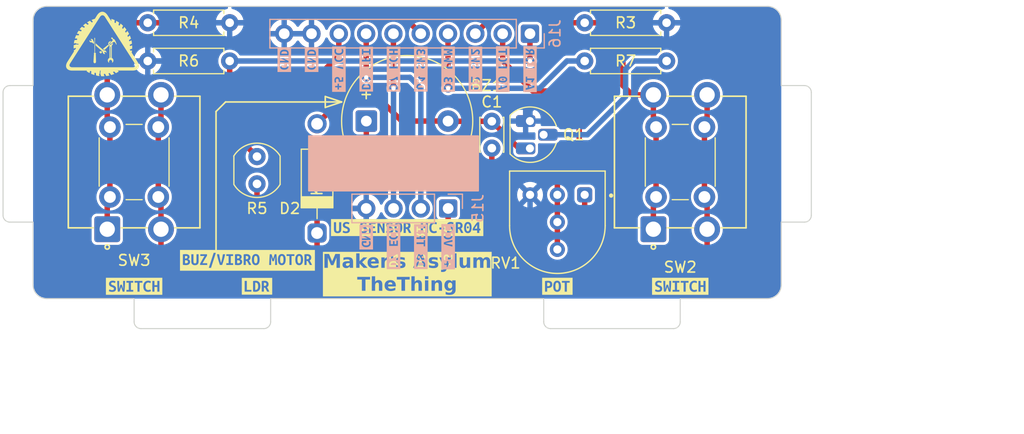
<source format=kicad_pcb>
(kicad_pcb (version 20240108) (generator "pcbnew") (generator_version "8.0")
  (title_block (title "TheThing") (date "2024-09-02") (rev "v5") (company "Maker's Asylum"))
  (layers (0 "F.Cu" signal) (31 "B.Cu" signal) (36 "B.SilkS" user "B.Silkscreen") (37 "F.SilkS" user "F.Silkscreen") (38 "B.Mask" user) (39 "F.Mask" user) (44 "Edge.Cuts" user))
  (net 0 "")
  (net 1 "Net-(D2-A)")
  (net 2 "Net-(Q1-B)")
  (net 3 "/Add_on_Board/D8")
  (net 4 "/Add_on_Board/D7")
  (net 5 "/Add_on_Board/D2")
  (net 6 "/Add_on_Board/D4")
  (net 7 "/Add_on_Board/D3")
  (net 8 "/Add_on_Board/A0")
  (net 9 "/Add_on_Board/5V")
  (net 10 "/Add_on_Board/GND")
  (net 11 "/Add_on_Board/A1")
  (footprint "kibuzzard-67A22DF7" (layer "F.Cu") (at 76.2 132.334)
    (property "Reference" "kibuzzard-67A22DF7" (hide yes))
    (property "Value" "G***" (hide yes))
  )
  (footprint "kibuzzard-67A22DCA" (layer "F.Cu") (at 50.8 137.795)
    (property "Reference" "kibuzzard-67A22DCA" (hide yes))
    (property "Value" "G***" (hide yes))
  )
  (footprint "BagTag:R_Axial_DIN0207_L6.3mm_D2.5mm_P7.62mm_Horizontal" (layer "F.Cu") (at 52.07 113.284)
    (property "Reference" "R4")
    (property "Value" "10k")
  )
  (footprint "kibuzzard-67A22E24" (layer "F.Cu") (at 61.341 135.382)
    (property "Reference" "kibuzzard-67A22E24" (hide yes))
    (property "Value" "G***" (hide yes))
  )
  (footprint "kibuzzard-67A22DE4" (layer "F.Cu") (at 101.6 137.795)
    (property "Reference" "kibuzzard-67A22DE4" (hide yes))
    (property "Value" "G***" (hide yes))
  )
  (footprint "BagTag:SWITCH_PUSH_6mm_12mm" (layer "F.Cu") (at 101.6 126.238 90)
    (property "Reference" "SW2")
    (property "Value" "ON")
  )
  (footprint "BagTag:R_Axial_DIN0207_L6.3mm_D2.5mm_P7.62mm_Horizontal" (layer "F.Cu") (at 92.71 113.284)
    (property "Reference" "R3")
    (property "Value" "10k")
  )
  (footprint "BagTag:R_LDR_4.9x4.2mm_P2.54mm_Vertical" (layer "F.Cu") (at 62.23 128.27 90)
    (property "Reference" "R5")
    (property "Value" "LDR")
  )
  (footprint "BagTag:TRIM_3352T-1-253LF" (layer "F.Cu") (at 90.17 132.156 180)
    (property "Reference" "RV1")
    (property "Value" "100k")
  )
  (footprint "BagTag:C_Disc_D3.0mm_W2.0mm_P2.50mm" (layer "F.Cu") (at 84.074 124.948 90)
    (property "Reference" "C1")
    (property "Value" "100n")
  )
  (footprint "BagTag:TO-92_HandSolder" (layer "F.Cu") (at 87.618 122.428 -90)
    (property "Reference" "Q1")
    (property "Value" "KSP2222ABU")
  )
  (footprint "BagTag:D_DO-41_SOD81_P10.16mm_Horizontal" (layer "F.Cu") (at 67.818 132.842 90)
    (property "Reference" "D2")
    (property "Value" "1N5819HW")
  )
  (footprint "BagTag:R_Axial_DIN0207_L6.3mm_D2.5mm_P7.62mm_Horizontal" (layer "F.Cu") (at 59.69 116.84 180)
    (property "Reference" "R6")
    (property "Value" "10k")
  )
  (footprint "BagTag:SWITCH_PUSH_6mm_12mm" (layer "F.Cu") (at 50.8 126.238 90)
    (property "Reference" "SW3")
    (property "Value" "ON")
  )
  (footprint "BagTag:Buzzer_12x9.5RM7.6" (layer "F.Cu") (at 72.4 122.428)
    (property "Reference" "BZ1")
    (property "Value" "Buzzer_PS1240P02BT")
  )
  (footprint "kibuzzard-67A22DDD" (layer "F.Cu") (at 90.17 137.795)
    (property "Reference" "kibuzzard-67A22DDD" (hide yes))
    (property "Value" "G***" (hide yes))
  )
  (footprint "kibuzzard-67A22DD3" (layer "F.Cu") (at 62.23 137.795)
    (property "Reference" "kibuzzard-67A22DD3" (hide yes))
    (property "Value" "G***" (hide yes))
  )
  (footprint "BagTag:R_Axial_DIN0207_L6.3mm_D2.5mm_P7.62mm_Horizontal" (layer "F.Cu") (at 92.71 116.84)
    (property "Reference" "R7")
    (property "Value" "100E")
  )
  (footprint "kibuzzard-67A1228F" (layer "B.Cu") (at 72.39 117.602 90)
    (property "Reference" "kibuzzard-67A1228F" (hide yes))
    (property "Value" "G***" (hide yes))
  )
  (footprint "kibuzzard-67A12228" (layer "B.Cu") (at 77.47 117.602 90)
    (property "Reference" "kibuzzard-67A12228" (hide yes))
    (property "Value" "G***" (hide yes))
  )
  (footprint "kibuzzard-67A121DF" (layer "B.Cu") (at 82.55 117.602 90)
    (property "Reference" "kibuzzard-67A121DF" (hide yes))
    (property "Value" "G***" (hide yes))
  )
  (footprint "BagTag:PinSocket_1x04_P2.54mm_Vertical" (layer "B.Cu") (at 80.01 130.556 90)
    (property "Reference" "J15")
    (property "Value" "HC-SR04")
  )
  (footprint "kibuzzard-67A121CB" (layer "B.Cu") (at 85.09 117.602 90)
    (property "Reference" "kibuzzard-67A121CB" (hide yes))
    (property "Value" "G***" (hide yes))
  )
  (footprint "kibuzzard-67A122B8" (layer "B.Cu") (at 64.77 116.713 90)
    (property "Reference" "kibuzzard-67A122B8" (hide yes))
    (property "Value" "G***" (hide yes))
  )
  (footprint "kibuzzard-67A122A3" (layer "B.Cu") (at 69.85 117.602 90)
    (property "Reference" "kibuzzard-67A122A3" (hide yes))
    (property "Value" "G***" (hide yes))
  )
  (footprint "kibuzzard-67A122C1" (layer "B.Cu") (at 72.39 133.223 90)
    (property "Reference" "kibuzzard-67A122C1" (hide yes))
    (property "Value" "G***" (hide yes))
  )
  (footprint "kibuzzard-67A122A3" (layer "B.Cu") (at 80.01 134.112 90)
    (property "Reference" "kibuzzard-67A122A3" (hide yes))
    (property "Value" "G***" (hide yes))
  )
  (footprint "kibuzzard-67A122C1" (layer "B.Cu") (at 67.31 116.713 90)
    (property "Reference" "kibuzzard-67A122C1" (hide yes))
    (property "Value" "G***" (hide yes))
  )
  (footprint "BagTag:PinHeader_1x10_P2.54mm_Vertical" (layer "B.Cu") (at 87.62 114.3 90)
    (property "Reference" "J16")
    (property "Value" "Conn_01x10")
  )
  (footprint "kibuzzard-67A12264" (layer "B.Cu") (at 74.93 117.602 90)
    (property "Reference" "kibuzzard-67A12264" (hide yes))
    (property "Value" "G***" (hide yes))
  )
  (footprint "kibuzzard-67A11ADA" (layer "B.Cu") (at 87.63 117.602 90)
    (property "Reference" "kibuzzard-67A11ADA" (hide yes))
    (property "Value" "G***" (hide yes))
  )
  (footprint "kibuzzard-67A201C7" (layer "B.Cu") (at 74.93 134.112 90)
    (property "Reference" "kibuzzard-67A201C7" (hide yes))
    (property "Value" "G***" (hide yes))
  )
  (footprint "kibuzzard-67A201D4" (layer "B.Cu") (at 77.47 134.112 90)
    (property "Reference" "kibuzzard-67A201D4" (hide yes))
    (property "Value" "G***" (hide yes))
  )
  (footprint "kibuzzard-67A121F4" (layer "B.Cu") (at 80.01 117.602 90)
    (property "Reference" "kibuzzard-67A121F4" (hide yes))
    (property "Value" "G***" (hide yes))
  )
  (gr_rect (start 67.056 123.825) (end 82.804 128.905) (stroke (width 0.15)) (fill solid) (layer "B.SilkS"))
  (gr_poly (pts (xy 46.83904 114.784317) (xy 46.844541 114.784725) (xy 46.850383 114.785444) (xy 46.85655 114.786503) (xy 46.863028 114.787934) (xy 46.8698 114.789769) (xy 46.876852 114.792038) (xy 46.884166 114.794771) (xy 46.891729 114.798001) (xy 46.899525 114.801758) (xy 46.907537 114.806073) (xy 46.915751 114.810977) (xy 46.924151 114.816501) (xy 46.932722 114.822677) (xy 46.941447 114.829534) (xy 46.950312 114.837105) (xy 46.955105 114.84163) (xy 46.959569 114.846267) (xy 46.963719 114.851007) (xy 46.967567 114.855837) (xy 46.971126 114.860747) (xy 46.97441 114.865725) (xy 46.97743 114.87076) (xy 46.980202 114.875841) (xy 46.982737 114.880957) (xy 46.985048 114.886097) (xy 46.989054 114.896403) (xy 46.992323 114.906671) (xy 46.994961 114.91681) (xy 46.997071 114.926733) (xy 46.998759 114.936349) (xy 47.001286 114.954307) (xy 47.003379 114.96997) (xy 47.004524 114.976718) (xy 47.005875 114.982625) (xy 47.006121 114.983802) (xy 47.006851 114.985344) (xy 47.008055 114.987241) (xy 47.009719 114.989488) (xy 47.011834 114.992076) (xy 47.014386 114.994997) (xy 47.020757 115.001808) (xy 47.028741 115.009859) (xy 47.038245 115.019088) (xy 47.049174 115.029434) (xy 47.061437 115.040834) (xy 47.064083 115.040834) (xy 47.064083 115.265729) (xy 46.927822 115.151628) (xy 46.905075 115.132792) (xy 46.887722 115.118761) (xy 46.881204 115.113694) (xy 46.876198 115.110002) (xy 46.872757 115.107745) (xy 46.871641 115.107172) (xy 46.870937 115.106979) (xy 46.868291 115.106979) (xy 46.863718 115.107207) (xy 46.857997 115.107806) (xy 46.843487 115.109625) (xy 46.834882 115.110597) (xy 46.825503 115.111444) (xy 46.815442 115.112044) (xy 46.810184 115.112211) (xy 46.804791 115.112271) (xy 46.799274 115.112205) (xy 46.793645 115.111992) (xy 46.787914 115.111608) (xy 46.782095 115.111031) (xy 46.776198 115.110236) (xy 46.770235 115.109201) (xy 46.764218 115.107903) (xy 46.758158 115.106318) (xy 46.752068 115.104423) (xy 46.745958 115.102194) (xy 46.73984 115.099609) (xy 46.733726 115.096644) (xy 46.727627 115.093276) (xy 46.721556 115.089482) (xy 46.715523 115.085238) (xy 46.709541 115.080521) (xy 46.70191 115.073548) (xy 46.694876 115.06653) (xy 46.688415 115.059484) (xy 46.682504 115.05243) (xy 46.677121 115.045383) (xy 46.672241 115.038361) (xy 46.667842 115.031381) (xy 46.663901 115.024462) (xy 46.660393 115.017621) (xy 46.657296 115.010874) (xy 46.654587 115.00424) (xy 46.652242 114.997735) (xy 46.650239 114.991378) (xy 46.648553 114.985186) (xy 46.647161 114.979175) (xy 46.646041 114.973365) (xy 46.645169 114.967771) (xy 46.644522 114.962412) (xy 46.643809 114.952467) (xy 46.643716 114.943669) (xy 46.644057 114.936158) (xy 46.644646 114.930073) (xy 46.645297 114.925554) (xy 46.646041 114.921771) (xy 46.688374 114.919125) (xy 46.775687 114.995854) (xy 46.794208 114.987917) (xy 46.815375 114.972042) (xy 46.816111 114.971523) (xy 46.816832 114.97096) (xy 46.818232 114.969711) (xy 46.819578 114.968315) (xy 46.820873 114.966792) (xy 46.822122 114.965159) (xy 46.823328 114.963438) (xy 46.824495 114.961646) (xy 46.825627 114.959805) (xy 46.827803 114.956048) (xy 46.829885 114.952322) (xy 46.831906 114.948782) (xy 46.832902 114.947131) (xy 46.833895 114.945584) (xy 46.834855 114.942575) (xy 46.835745 114.939501) (xy 46.836558 114.936357) (xy 46.837285 114.93314) (xy 46.83792 114.929845) (xy 46.838453 114.926468) (xy 46.838878 114.923007) (xy 46.839187 114.919456) (xy 46.839372 114.915812) (xy 46.839425 114.912071) (xy 46.839338 114.90823) (xy 46.839104 114.904284) (xy 46.838715 114.900229) (xy 46.838164 114.896062) (xy 46.837442 114.891779) (xy 46.836541 114.887375) (xy 46.743937 114.802709) (xy 46.744433 114.802254) (xy 46.745053 114.801732) (xy 46.745921 114.801055) (xy 46.747038 114.800254) (xy 46.747689 114.799817) (xy 46.748402 114.79936) (xy 46.749177 114.798888) (xy 46.750014 114.798404) (xy 46.750913 114.797912) (xy 46.751875 114.797417) (xy 46.775687 114.789479) (xy 46.779904 114.788492) (xy 46.784617 114.787536) (xy 46.789826 114.786643) (xy 46.795531 114.785842) (xy 46.801732 114.785165) (xy 46.808429 114.784643) (xy 46.815623 114.784307) (xy 46.823312 114.784188) (xy 46.833895 114.784188)) (stroke (width -0.000001)) (fill solid) (layer "F.SilkS"))
  (gr_poly (pts (xy 47.831375 116.014504) (xy 47.831375 116.025088) (xy 47.8155 116.038317) (xy 47.804917 116.046255) (xy 47.775813 116.072713) (xy 47.770521 116.078004) (xy 47.759938 116.088587) (xy 47.754646 116.096525) (xy 47.746709 116.107108) (xy 47.738771 116.117692) (xy 47.730834 116.130921) (xy 47.722896 116.14415) (xy 47.699084 116.152088) (xy 47.680563 116.136212) (xy 47.662042 116.120337) (xy 47.646167 116.104462) (xy 47.630292 116.088587) (xy 47.614417 116.072712) (xy 47.598542 116.056837) (xy 47.582667 116.040961) (xy 47.566792 116.025086) (xy 47.564146 116.02244) (xy 47.561501 116.019794) (xy 47.558855 116.014503) (xy 47.556209 116.009211) (xy 47.553563 116.003919) (xy 47.553563 115.985398) (xy 47.556209 115.982752) (xy 47.556209 115.97746) (xy 47.566792 115.97746) (xy 47.569438 115.974814) (xy 47.57473 115.972168) (xy 47.580021 115.972168) (xy 47.638229 115.953647) (xy 47.643521 115.953647) (xy 47.646167 115.951001) (xy 47.651458 115.948355) (xy 47.65675 115.945709) (xy 47.659396 115.943063) (xy 47.664687 115.940417) (xy 47.667333 115.937771) (xy 47.675271 115.927189) (xy 47.685854 115.921897) (xy 47.6885 115.919251) (xy 47.691146 115.916605) (xy 47.693792 115.916605) (xy 47.696437 115.913959) (xy 47.699083 115.913959) (xy 47.701729 115.911313) (xy 47.709666 115.903375)) (stroke (width -0.000001)) (fill solid) (layer "F.SilkS"))
  (gr_poly (pts (xy 48.62082 115.001275) (xy 48.629713 115.001684) (xy 48.638545 115.002402) (xy 48.642927 115.002887) (xy 48.647283 115.003461) (xy 48.651608 115.004129) (xy 48.655898 115.004893) (xy 48.660149 115.005758) (xy 48.664357 115.006727) (xy 48.668519 115.007805) (xy 48.67263 115.008996) (xy 48.676688 115.010303) (xy 48.680687 115.011729) (xy 48.670104 115.022313) (xy 48.656874 115.035542) (xy 48.643645 115.048771) (xy 48.638354 115.054063) (xy 48.633062 115.059354) (xy 48.619833 115.069938) (xy 48.606604 115.080521) (xy 48.580146 115.104334) (xy 48.566916 115.104334) (xy 48.500771 115.173125) (xy 48.500771 115.260438) (xy 48.566916 115.318646) (xy 48.656874 115.318646) (xy 48.715083 115.260438) (xy 48.715083 115.241917) (xy 48.728312 115.231334) (xy 48.75477 115.210167) (xy 48.781229 115.189001) (xy 48.807687 115.167834) (xy 48.815625 115.159896) (xy 48.817485 115.166841) (xy 48.819097 115.173787) (xy 48.820461 115.180732) (xy 48.821578 115.187677) (xy 48.822446 115.194623) (xy 48.823066 115.201568) (xy 48.823438 115.208513) (xy 48.823562 115.215458) (xy 48.823447 115.222628) (xy 48.823102 115.229746) (xy 48.822531 115.23681) (xy 48.821738 115.243813) (xy 48.820726 115.250753) (xy 48.819498 115.257625) (xy 48.818059 115.264423) (xy 48.81641 115.271145) (xy 48.814556 115.277785) (xy 48.8125 115.28434) (xy 48.810246 115.290804) (xy 48.807796 115.297174) (xy 48.805154 115.303446) (xy 48.802324 115.309614) (xy 48.799308 115.315674) (xy 48.796112 115.321623) (xy 48.792736 115.327455) (xy 48.789186 115.333167) (xy 48.785465 115.338753) (xy 48.781575 115.34421) (xy 48.77752 115.349534) (xy 48.773305 115.354719) (xy 48.768931 115.359763) (xy 48.764403 115.364659) (xy 48.759723 115.369404) (xy 48.754896 115.373994) (xy 48.749925 115.378423) (xy 48.744812 115.382689) (xy 48.739562 115.386786) (xy 48.734178 115.39071) (xy 48.728663 115.394456) (xy 48.72302 115.398021) (xy 48.72302 116.551604) (xy 48.739539 116.559656) (xy 48.755334 116.56889) (xy 48.77036 116.579248) (xy 48.784577 116.590672) (xy 48.797941 116.603103) (xy 48.81041 116.616484) (xy 48.821941 116.630757) (xy 48.832492 116.645862) (xy 48.842019 116.661743) (xy 48.85048 116.678341) (xy 48.857833 116.695598) (xy 48.864035 116.713455) (xy 48.869043 116.731855) (xy 48.872814 116.75074) (xy 48.875307 116.770051) (xy 48.876478 116.78973) (xy 48.876047 116.805011) (xy 48.874767 116.820079) (xy 48.872658 116.834907) (xy 48.869739 116.849468) (xy 48.86603 116.863734) (xy 48.861549 116.877678) (xy 48.856316 116.891273) (xy 48.85035 116.904493) (xy 48.843672 116.917309) (xy 48.836299 116.929695) (xy 48.828253 116.941624) (xy 48.819551 116.953068) (xy 48.810214 116.964001) (xy 48.80026 116.974395) (xy 48.78971 116.984224) (xy 48.778582 116.993459) (xy 48.754769 116.993459) (xy 48.754769 116.829417) (xy 48.611895 116.718292) (xy 48.471665 116.829417) (xy 48.471665 116.993459) (xy 48.447853 116.993459) (xy 48.436725 116.984224) (xy 48.426175 116.974395) (xy 48.416221 116.964001) (xy 48.406884 116.953069) (xy 48.398182 116.941624) (xy 48.390136 116.929695) (xy 48.382763 116.917309) (xy 48.376085 116.904493) (xy 48.370119 116.891273) (xy 48.364887 116.877678) (xy 48.360406 116.863734) (xy 48.356696 116.849468) (xy 48.353777 116.834907) (xy 48.351668 116.820079) (xy 48.350388 116.805011) (xy 48.349957 116.78973) (xy 48.35015 116.779848) (xy 48.350722 116.770051) (xy 48.351666 116.760346) (xy 48.352975 116.75074) (xy 48.35464 116.741241) (xy 48.356655 116.731855) (xy 48.35901 116.722591) (xy 48.361698 116.713455) (xy 48.364712 116.704455) (xy 48.368044 116.695598) (xy 48.371686 116.686891) (xy 48.37563 116.678341) (xy 48.379869 116.669956) (xy 48.384394 116.661743) (xy 48.389199 116.65371) (xy 48.394275 116.645863) (xy 48.399614 116.638209) (xy 48.40521 116.630757) (xy 48.411053 116.623513) (xy 48.417136 116.616485) (xy 48.423453 116.609679) (xy 48.429994 116.603104) (xy 48.436752 116.596766) (xy 48.443719 116.590672) (xy 48.450888 116.584831) (xy 48.45825 116.579248) (xy 48.465799 116.573933) (xy 48.473526 116.56889) (xy 48.481423 116.564129) (xy 48.489483 116.559657) (xy 48.497699 116.555479) (xy 48.506061 116.551605) (xy 48.506061 115.530313) (xy 48.582791 115.530313) (xy 48.582791 116.514563) (xy 48.582797 116.516542) (xy 48.582833 116.51849) (xy 48.582872 116.519443) (xy 48.582931 116.520376) (xy 48.583013 116.521287) (xy 48.583122 116.52217) (xy 48.583262 116.523022) (xy 48.583437 116.523839) (xy 48.583651 116.524617) (xy 48.583908 116.525353) (xy 48.584053 116.525704) (xy 48.584211 116.526042) (xy 48.584381 116.526368) (xy 48.584564 116.526681) (xy 48.584761 116.52698) (xy 48.584972 116.527266) (xy 48.585197 116.527536) (xy 48.585437 116.527792) (xy 48.586461 116.529249) (xy 48.587546 116.530639) (xy 48.588693 116.53196) (xy 48.589902 116.533208) (xy 48.591174 116.534378) (xy 48.592507 116.535466) (xy 48.593902 116.536469) (xy 48.595359 116.537383) (xy 48.596879 116.538204) (xy 48.59846 116.538928) (xy 48.600103 116.539552) (xy 48.601809 116.54007) (xy 48.603576 116.54048) (xy 48.605405 116.540778) (xy 48.607297 116.54096) (xy 48.60925 116.541021) (xy 48.610234 116.541006) (xy 48.611203 116.54096) (xy 48.612157 116.540884) (xy 48.613095 116.540778) (xy 48.614017 116.540644) (xy 48.614924 116.54048) (xy 48.615815 116.540289) (xy 48.616691 116.54007) (xy 48.617552 116.539824) (xy 48.618396 116.539552) (xy 48.619226 116.539253) (xy 48.62004 116.538928) (xy 48.620838 116.538579) (xy 48.621621 116.538204) (xy 48.622388 116.537805) (xy 48.62314 116.537383) (xy 48.623877 116.536937) (xy 48.624598 116.536469) (xy 48.625303 116.535978) (xy 48.625993 116.535466) (xy 48.627326 116.534378) (xy 48.628597 116.533208) (xy 48.629806 116.53196) (xy 48.630954 116.530639) (xy 48.632039 116.529249) (xy 48.633062 116.527792) (xy 48.635708 116.514563) (xy 48.635708 115.530313) (xy 48.635677 115.529073) (xy 48.635585 115.527836) (xy 48.635434 115.526603) (xy 48.635222 115.525378) (xy 48.634953 115.524162) (xy 48.634627 115.522959) (xy 48.634244 115.52177) (xy 48.633807 115.520598) (xy 48.633315 115.519445) (xy 48.632769 115.518314) (xy 48.632171 115.517208) (xy 48.631522 115.516128) (xy 48.630823 115.515077) (xy 48.630074 115.514058) (xy 48.629277 115.513072) (xy 48.628432 115.512123) (xy 48.627541 115.511212) (xy 48.626604 115.510343) (xy 48.625623 115.509518) (xy 48.624598 115.508738) (xy 48.62353 115.508007) (xy 48.622421 115.507327) (xy 48.621271 115.5067) (xy 48.620081 115.506128) (xy 48.618853 115.505615) (xy 48.617587 115.505163) (xy 48.616284 115.504773) (xy 48.614945 115.504449) (xy 48.613571 115.504192) (xy 48.612163 115.504006) (xy 48.610722 115.503893) (xy 48.60925 115.503855) (xy 48.60801 115.503885) (xy 48.606773 115.503977) (xy 48.60554 115.504129) (xy 48.604315 115.50434) (xy 48.603099 115.50461) (xy 48.601896 115.504936) (xy 48.600707 115.505318) (xy 48.599535 115.505756) (xy 48.598382 115.506248) (xy 48.597251 115.506794) (xy 48.596145 115.507391) (xy 48.595065 115.50804) (xy 48.594014 115.50874) (xy 48.592994 115.509489) (xy 48.592009 115.510286) (xy 48.59106 115.511131) (xy 48.590149 115.512022) (xy 48.58928 115.512959) (xy 48.588454 115.51394) (xy 48.587675 115.514965) (xy 48.586944 115.516033) (xy 48.586263 115.517142) (xy 48.585636 115.518292) (xy 48.585065 115.519482) (xy 48.584552 115.52071) (xy 48.5841 115.521976) (xy 48.58371 115.523279) (xy 48.583386 115.524618) (xy 48.583129 115.525992) (xy 48.582943 115.5274) (xy 48.58283 115.52884) (xy 48.582791 115.530313) (xy 48.506061 115.530313) (xy 48.506061 115.403313) (xy 48.492832 115.395375) (xy 48.486477 115.390818) (xy 48.480311 115.386079) (xy 48.474339 115.381161) (xy 48.468565 115.376069) (xy 48.462992 115.370806) (xy 48.457625 115.365377) (xy 48.452467 115.359785) (xy 48.447522 115.354034) (xy 48.442795 115.348128) (xy 48.438288 115.342071) (xy 48.434006 115.335867) (xy 48.429952 115.329519) (xy 48.426132 115.323032) (xy 48.422547 115.316409) (xy 48.419203 115.309654) (xy 48.416103 115.302771) (xy 48.413715 115.297779) (xy 48.411509 115.292725) (xy 48.409481 115.287609) (xy 48.407628 115.282431) (xy 48.405945 115.277191) (xy 48.404429 115.271889) (xy 48.403076 115.266525) (xy 48.401882 115.261099) (xy 48.400842 115.255611) (xy 48.399954 115.250061) (xy 48.399213 115.244449) (xy 48.398616 115.238775) (xy 48.398158 115.233039) (xy 48.397835 115.227241) (xy 48.397645 115.221381) (xy 48.397582 115.215458) (xy 48.397859 115.204368) (xy 48.398681 115.193431) (xy 48.400035 115.182659) (xy 48.401908 115.172066) (xy 48.404286 115.161665) (xy 48.407157 115.151468) (xy 48.410508 115.14149) (xy 48.414325 115.131743) (xy 48.418596 115.12224) (xy 48.423307 115.112994) (xy 48.428446 115.104018) (xy 48.433999 115.095326) (xy 48.439953 115.086931) (xy 48.446294 115.078845) (xy 48.453011 115.071081) (xy 48.46009 115.063654) (xy 48.467518 115.056575) (xy 48.475281 115.049858) (xy 48.483367 115.043516) (xy 48.491763 115.037562) (xy 48.500455 115.03201) (xy 48.50943 115.026871) (xy 48.518676 115.02216) (xy 48.528179 115.017889) (xy 48.537926 115.014072) (xy 48.547905 115.010721) (xy 48.558101 115.00785) (xy 48.568502 115.005471) (xy 48.579095 115.003599) (xy 48.589867 115.002245) (xy 48.600805 115.001423) (xy 48.611895 115.001146)) (stroke (width -0.000001)) (fill solid) (layer "F.SilkS"))
  (gr_line (start 58.42 134.493) (end 58.42 121.539) (stroke (width 0.15)) (layer "F.SilkS"))
  (gr_line (start 59.309 120.65) (end 70.104 120.65) (stroke (width 0.15)) (layer "F.SilkS"))
  (gr_line (start 68.58 120.142) (end 68.58 121.158) (stroke (width 0.15)) (layer "F.SilkS"))
  (gr_poly (pts (xy 47.329364 115.286189) (xy 47.448184 115.393185) (xy 47.570166 115.501359) (xy 47.688831 115.604727) (xy 47.797697 115.697305) (xy 47.890286 115.77311) (xy 47.928451 115.802851) (xy 47.960116 115.826156) (xy 47.984472 115.842274) (xy 48.000708 115.850459) (xy 48.015679 115.850991) (xy 48.032665 115.851244) (xy 48.041846 115.851567) (xy 48.051449 115.85218) (xy 48.061448 115.853204) (xy 48.071815 115.854758) (xy 48.082523 115.856964) (xy 48.093545 115.859941) (xy 48.104854 115.86381) (xy 48.116422 115.86869) (xy 48.128223 115.874702) (xy 48.134202 115.87817) (xy 48.140229 115.881966) (xy 48.146301 115.886105) (xy 48.152414 115.890602) (xy 48.158565 115.895472) (xy 48.16475 115.90073) (xy 48.172126 115.907718) (xy 48.178891 115.91478) (xy 48.185071 115.921895) (xy 48.190691 115.929043) (xy 48.195777 115.936205) (xy 48.200352 115.943361) (xy 48.204443 115.95049) (xy 48.208075 115.957573) (xy 48.211273 115.964591) (xy 48.214062 115.971523) (xy 48.216467 115.978349) (xy 48.218514 115.98505) (xy 48.220227 115.991605) (xy 48.221632 115.997995) (xy 48.222755 116.004201) (xy 48.223619 116.010201) (xy 48.224251 116.015976) (xy 48.224676 116.021507) (xy 48.225004 116.031755) (xy 48.224805 116.040786) (xy 48.224281 116.048441) (xy 48.223061 116.058989) (xy 48.222769 116.061563) (xy 48.222791 116.062106) (xy 48.222958 116.062126) (xy 48.191207 116.064771) (xy 48.10125 115.982751) (xy 48.094992 115.985127) (xy 48.089111 115.987776) (xy 48.083594 115.990677) (xy 48.078429 115.993809) (xy 48.073606 115.99715) (xy 48.069112 116.00068) (xy 48.064936 116.004375) (xy 48.061066 116.008217) (xy 48.057491 116.012182) (xy 48.054198 116.01625) (xy 48.051177 116.020399) (xy 48.048416 116.024608) (xy 48.045902 116.028857) (xy 48.043625 116.033122) (xy 48.041573 116.037384) (xy 48.039734 116.04162) (xy 48.036649 116.049932) (xy 48.034277 116.057888) (xy 48.032525 116.065317) (xy 48.031301 116.072047) (xy 48.03051 116.07791) (xy 48.03006 116.082734) (xy 48.029812 116.088584) (xy 48.117125 116.17325) (xy 48.113321 116.175359) (xy 48.108753 116.177576) (xy 48.102572 116.180196) (xy 48.098916 116.18157) (xy 48.094904 116.18294) (xy 48.09055 116.184271) (xy 48.085871 116.185529) (xy 48.080881 116.186678) (xy 48.075597 116.187684) (xy 48.070034 116.188511) (xy 48.064208 116.189126) (xy 48.05627 116.191069) (xy 48.052302 116.191963) (xy 48.048333 116.192764) (xy 48.044364 116.193441) (xy 48.040395 116.193963) (xy 48.038411 116.194156) (xy 48.036427 116.194299) (xy 48.034442 116.194387) (xy 48.032458 116.194417) (xy 48.027405 116.194289) (xy 48.022174 116.19389) (xy 48.016773 116.193196) (xy 48.011209 116.192185) (xy 48.005489 116.190832) (xy 47.999623 116.189115) (xy 47.993617 116.187011) (xy 47.987479 116.184495) (xy 47.981217 116.181546) (xy 47.974839 116.178139) (xy 47.968352 116.174252) (xy 47.961765 116.16986) (xy 47.955084 116.164942) (xy 47.948318 116.159473) (xy 47.941475 116.153431) (xy 47.934562 116.146792) (xy 47.92998 116.141943) (xy 47.925653 116.136839) (xy 47.921575 116.131502) (xy 47.917737 116.125956) (xy 47.914131 116.120224) (xy 47.91075 116.114329) (xy 47.907586 116.108294) (xy 47.904631 116.102144) (xy 47.899319 116.089586) (xy 47.894751 116.076843) (xy 47.890865 116.064099) (xy 47.887599 116.051542) (xy 47.884891 116.039357) (xy 47.882679 116.02773) (xy 47.879496 116.006894) (xy 47.876354 115.980105) (xy 47.859228 115.962364) (xy 47.813267 115.920036) (xy 47.655427 115.779352) (xy 47.220187 115.398022) (xy 47.220187 115.186355)) (stroke (width -0.000001)) (fill solid) (layer "F.SilkS"))
  (gr_poly (pts (xy 47.873619 112.258082) (xy 47.906555 112.262058) (xy 47.939398 112.268686) (xy 47.972101 112.277964) (xy 48.004618 112.289894) (xy 48.036903 112.304474) (xy 48.068909 112.321706) (xy 48.100589 112.341588) (xy 48.131897 112.364122) (xy 48.162787 112.389306) (xy 48.193211 112.417142) (xy 48.223124 112.447628) (xy 48.252479 112.480766) (xy 48.281229 112.516554) (xy 48.309328 112.554994) (xy 48.33673 112.596084) (xy 48.680688 113.130542) (xy 48.680688 112.921522) (xy 48.720252 112.933681) (xy 48.759567 112.946368) (xy 48.798634 112.959612) (xy 48.837454 112.973446) (xy 48.876025 112.9879) (xy 48.914348 113.003005) (xy 48.952423 113.018792) (xy 48.99025 113.035292) (xy 48.977021 113.225792) (xy 48.976794 113.228542) (xy 48.976673 113.231722) (xy 48.976691 113.23588) (xy 48.976957 113.240843) (xy 48.977579 113.246442) (xy 48.978667 113.252507) (xy 48.980329 113.258865) (xy 48.981408 113.262102) (xy 48.982672 113.265348) (xy 48.984134 113.268583) (xy 48.985806 113.271784) (xy 48.987704 113.274932) (xy 48.98984 113.278004) (xy 48.992227 113.280979) (xy 48.994881 113.283835) (xy 48.997813 113.286553) (xy 49.001038 113.289109) (xy 49.004569 113.291483) (xy 49.00842 113.293654) (xy 49.012604 113.2956) (xy 49.017135 113.2973) (xy 49.022026 113.298732) (xy 49.027292 113.299876) (xy 49.032626 113.30073) (xy 49.037718 113.301318) (xy 49.042573 113.301649) (xy 49.047198 113.301736) (xy 49.051598 113.301591) (xy 49.055779 113.301224) (xy 49.059746 113.300649) (xy 49.063507 113.299876) (xy 49.067066 113.298916) (xy 49.070429 113.297783) (xy 49.073602 113.296486) (xy 49.076591 113.295039) (xy 49.079402 113.293452) (xy 49.082041 113.291737) (xy 49.084512 113.289905) (xy 49.086823 113.287969) (xy 49.088979 113.285941) (xy 49.090986 113.28383) (xy 49.092849 113.28165) (xy 49.094575 113.279412) (xy 49.096169 113.277127) (xy 49.097636 113.274807) (xy 49.100218 113.27011) (xy 49.102365 113.265413) (xy 49.104124 113.260808) (xy 49.105543 113.25639) (xy 49.106667 113.252251) (xy 49.133125 113.104084) (xy 49.167728 113.122192) (xy 49.202082 113.140795) (xy 49.236189 113.159895) (xy 49.270047 113.17949) (xy 49.303657 113.199582) (xy 49.33702 113.22017) (xy 49.370134 113.241254) (xy 49.403 113.262834) (xy 49.358021 113.448042) (xy 49.357334 113.450699) (xy 49.355995 113.457882) (xy 49.355421 113.462802) (xy 49.355091 113.468413) (xy 49.355141 113.474567) (xy 49.355706 113.481115) (xy 49.356224 113.484492) (xy 49.356922 113.487912) (xy 49.357817 113.491357) (xy 49.358925 113.49481) (xy 49.360264 113.49825) (xy 49.361851 113.501661) (xy 49.363702 113.505023) (xy 49.365834 113.508318) (xy 49.368265 113.511528) (xy 49.371012 113.514634) (xy 49.37409 113.517618) (xy 49.377518 113.520462) (xy 49.381313 113.523147) (xy 49.38549 113.525654) (xy 49.390068 113.527966) (xy 49.395063 113.530063) (xy 49.400179 113.531654) (xy 49.405112 113.532962) (xy 49.409866 113.533997) (xy 49.414441 113.534771) (xy 49.418843 113.535295) (xy 49.423073 113.53558) (xy 49.427134 113.535638) (xy 49.431029 113.535479) (xy 49.434762 113.535115) (xy 49.438335 113.534556) (xy 49.441751 113.533814) (xy 49.445013 113.5329) (xy 49.448124 113.531826) (xy 49.451086 113.530601) (xy 49.453904 113.529238) (xy 49.456578 113.527748) (xy 49.459114 113.526142) (xy 49.461512 113.52443) (xy 49.463777 113.522624) (xy 49.465911 113.520736) (xy 49.467917 113.518775) (xy 49.469798 113.516755) (xy 49.471558 113.514684) (xy 49.473198 113.512576) (xy 49.476131 113.508289) (xy 49.478624 113.503982) (xy 49.480697 113.499745) (xy 49.482375 113.495667) (xy 49.49362 113.467431) (xy 49.510818 113.422576) (xy 49.527023 113.379209) (xy 49.532584 113.363743) (xy 49.535292 113.355438) (xy 49.566034 113.379494) (xy 49.596684 113.404014) (xy 49.627147 113.428969) (xy 49.657331 113.454326) (xy 49.687143 113.480056) (xy 49.71649 113.506127) (xy 49.745279 113.532508) (xy 49.773417 113.559167) (xy 49.696688 113.733792) (xy 49.695649 113.73635) (xy 49.693339 113.743342) (xy 49.692085 113.748181) (xy 49.690967 113.753745) (xy 49.690136 113.759905) (xy 49.689742 113.766535) (xy 49.689938 113.773505) (xy 49.690304 113.777078) (xy 49.690874 113.780689) (xy 49.691667 113.784321) (xy 49.692701 113.787958) (xy 49.693997 113.791584) (xy 49.695571 113.795184) (xy 49.697445 113.798741) (xy 49.699635 113.80224) (xy 49.702162 113.805664) (xy 49.705044 113.808997) (xy 49.7083 113.812224) (xy 49.711948 113.815328) (xy 49.716009 113.818294) (xy 49.7205 113.821105) (xy 49.725151 113.823665) (xy 49.729678 113.825897) (xy 49.734083 113.827812) (xy 49.738365 113.829425) (xy 49.742524 113.830747) (xy 49.746562 113.83179) (xy 49.750479 113.832568) (xy 49.754276 113.833094) (xy 49.757952 113.833379) (xy 49.761508 113.833436) (xy 49.764946 113.833278) (xy 49.768265 113.832918) (xy 49.771465 113.832368) (xy 49.774548 113.83164) (xy 49.777513 113.830748) (xy 49.780362 113.829704) (xy 49.783094 113.82852) (xy 49.785711 113.827209) (xy 49.788213 113.825784) (xy 49.790599 113.824257) (xy 49.792871 113.822641) (xy 49.79503 113.820949) (xy 49.797075 113.819192) (xy 49.799007 113.817384) (xy 49.800827 113.815538) (xy 49.802534 113.813665) (xy 49.805616 113.809891) (xy 49.808256 113.806164) (xy 49.810458 113.802584) (xy 49.850807 113.734785) (xy 49.874454 113.695056) (xy 49.882805 113.680788) (xy 49.887187 113.672938) (xy 49.938657 113.731022) (xy 49.964159 113.760514) (xy 49.989383 113.790347) (xy 50.014234 113.820552) (xy 50.03862 113.85116) (xy 50.062448 113.882202) (xy 50.085625 113.913709) (xy 49.979792 114.072459) (xy 49.978288 114.074805) (xy 49.974707 114.081306) (xy 49.972573 114.085862) (xy 49.970443 114.091155) (xy 49.968492 114.097084) (xy 49.966893 114.103547) (xy 49.965822 114.110445) (xy 49.965538 114.114025) (xy 49.965451 114.117676) (xy 49.965584 114.121385) (xy 49.965957 114.125139) (xy 49.966593 114.128927) (xy 49.967513 114.132734) (xy 49.96874 114.13655) (xy 49.970294 114.14036) (xy 49.972198 114.144154) (xy 49.974474 114.147917) (xy 49.977143 114.151637) (xy 49.980227 114.155303) (xy 49.983749 114.1589) (xy 49.987729 114.162417) (xy 49.991914 114.165714) (xy 49.996036 114.168666) (xy 50.000091 114.171287) (xy 50.004079 114.17359) (xy 50.007997 114.175586) (xy 50.011844 114.177288) (xy 50.015616 114.17871) (xy 50.019313 114.179863) (xy 50.022933 114.180761) (xy 50.026473 114.181415) (xy 50.029932 114.181838) (xy 50.033307 114.182044) (xy 50.036598 114.182044) (xy 50.039801 114.181852) (xy 50.042914 114.181479) (xy 50.045937 114.180938) (xy 50.048867 114.180243) (xy 50.051702 114.179405) (xy 50.05444 114.178437) (xy 50.057079 114.177352) (xy 50.059617 114.176162) (xy 50.062053 114.17488) (xy 50.064384 114.173519) (xy 50.066608 114.172091) (xy 50.068724 114.170609) (xy 50.070729 114.169085) (xy 50.074401 114.165962) (xy 50.077607 114.162824) (xy 50.080333 114.159772) (xy 50.088989 114.150542) (xy 50.101954 114.136042) (xy 50.134242 114.098917) (xy 50.164049 114.063777) (xy 50.173914 114.051757) (xy 50.178229 114.046001) (xy 50.199695 114.078981) (xy 50.22048 114.112395) (xy 50.240644 114.146181) (xy 50.26025 114.180277) (xy 50.27936 114.214621) (xy 50.298036 114.249151) (xy 50.334333 114.318521) (xy 50.202041 114.456105) (xy 50.200181 114.458125) (xy 50.195592 114.463835) (xy 50.192739 114.46791) (xy 50.189763 114.472708) (xy 50.186848 114.478166) (xy 50.184182 114.484217) (xy 50.181949 114.490794) (xy 50.181054 114.49426) (xy 50.180337 114.497833) (xy 50.179822 114.501505) (xy 50.179531 114.505268) (xy 50.179488 114.509113) (xy 50.179717 114.513031) (xy 50.18024 114.517016) (xy 50.181081 114.521059) (xy 50.182263 114.525151) (xy 50.18381 114.529284) (xy 50.185744 114.53345) (xy 50.188088 114.53764) (xy 50.190867 114.541848) (xy 50.194104 114.546063) (xy 50.197816 114.550096) (xy 50.20151 114.553769) (xy 50.205181 114.557096) (xy 50.208826 114.560088) (xy 50.212443 114.562759) (xy 50.216027 114.56512) (xy 50.219575 114.567185) (xy 50.223084 114.568966) (xy 50.22655 114.570476) (xy 50.22997 114.571727) (xy 50.233341 114.572732) (xy 50.236659 114.573503) (xy 50.239921 114.574054) (xy 50.243123 114.574396) (xy 50.246263 114.574542) (xy 50.249336 114.574506) (xy 50.252339 114.574299) (xy 50.255269 114.573933) (xy 50.258122 114.573423) (xy 50.260896 114.57278) (xy 50.263586 114.572016) (xy 50.266189 114.571145) (xy 50.268702 114.57018) (xy 50.271122 114.569131) (xy 50.275668 114.566838) (xy 50.279799 114.564367) (xy 50.283488 114.561818) (xy 50.286708 114.559292) (xy 50.297028 114.551401) (xy 50.312712 114.538828) (xy 50.351861 114.506706) (xy 50.403124 114.464042) (xy 50.432311 114.535976) (xy 50.446378 114.572315) (xy 50.46001 114.608902) (xy 50.473146 114.645737) (xy 50.485724 114.68282) (xy 50.497682 114.720151) (xy 50.508958 114.75773) (xy 50.355499 114.871501) (xy 50.353282 114.87319) (xy 50.347686 114.878074) (xy 50.344114 114.881626) (xy 50.340291 114.885872) (xy 50.336413 114.890777) (xy 50.332679 114.896305) (xy 50.329286 114.902423) (xy 50.327779 114.905692) (xy 50.326431 114.909095) (xy 50.325268 114.912628) (xy 50.324313 114.916287) (xy 50.323592 114.920066) (xy 50.323129 114.923963) (xy 50.322949 114.927971) (xy 50.323077 114.932088) (xy 50.323537 114.936309) (xy 50.324354 114.940628) (xy 50.325553 114.945043) (xy 50.327158 114.949548) (xy 50.329195 114.95414) (xy 50.331687 114.958813) (xy 50.334446 114.96335) (xy 50.33726 114.967541) (xy 50.340126 114.971398) (xy 50.343035 114.974931) (xy 50.345984 114.978153) (xy 50.348965 114.981074) (xy 50.351974 114.983705) (xy 50.355004 114.986057) (xy 50.358049 114.988142) (xy 50.361104 114.989971) (xy 50.364163 114.991555) (xy 50.36722 114.992904) (xy 50.370269 114.994031) (xy 50.373305 114.994946) (xy 50.376321 114.995661) (xy 50.379312 114.996186) (xy 50.382272 114.996532) (xy 50.385195 114.996712) (xy 50.388076 114.996736) (xy 50.390908 114.996615) (xy 50.393686 114.99636) (xy 50.396404 114.995982) (xy 50.401636 114.994904) (xy 50.406558 114.993469) (xy 50.411124 114.991767) (xy 50.415287 114.989887) (xy 50.418999 114.987917) (xy 50.489775 114.947899) (xy 50.529876 114.925037) (xy 50.543075 114.917343) (xy 50.548645 114.913834) (xy 50.557322 114.951661) (xy 50.565471 114.989736) (xy 50.573062 115.028059) (xy 50.580064 115.066631) (xy 50.586446 115.10545) (xy 50.592177 115.144517) (xy 50.597226 115.183833) (xy 50.601562 115.223396) (xy 50.432229 115.308063) (xy 50.429769 115.309308) (xy 50.423464 115.313065) (xy 50.419374 115.315895) (xy 50.414928 115.319365) (xy 50.410326 115.323477) (xy 50.40577 115.328237) (xy 50.403573 115.330861) (xy 50.401463 115.333649) (xy 50.399466 115.3366) (xy 50.397606 115.339715) (xy 50.395908 115.342995) (xy 50.394399 115.34644) (xy 50.393103 115.350051) (xy 50.392045 115.353828) (xy 50.391251 115.357771) (xy 50.390746 115.361882) (xy 50.390554 115.36616) (xy 50.390702 115.370607) (xy 50.391214 115.375222) (xy 50.392115 115.380006) (xy 50.393431 115.38496) (xy 50.395187 115.390084) (xy 50.397225 115.395124) (xy 50.399364 115.399832) (xy 50.401598 115.404219) (xy 50.403921 115.408294) (xy 50.406324 115.412067) (xy 50.408803 115.415547) (xy 50.411349 115.418744) (xy 50.413956 115.421668) (xy 50.416618 115.424329) (xy 50.419327 115.426735) (xy 50.422076 115.428898) (xy 50.42486 115.430825) (xy 50.427671 115.432528) (xy 50.430502 115.434016) (xy 50.433346 115.435299) (xy 50.436198 115.436386) (xy 50.439049 115.437287) (xy 50.441894 115.438011) (xy 50.444725 115.438569) (xy 50.447536 115.43897) (xy 50.450319 115.439223) (xy 50.453069 115.439339) (xy 50.458439 115.439197) (xy 50.463593 115.438621) (xy 50.468475 115.437688) (xy 50.473032 115.436476) (xy 50.477208 115.435063) (xy 50.617437 115.384792) (xy 50.61938 115.422082) (xy 50.621075 115.458875) (xy 50.622274 115.495669) (xy 50.62261 115.514221) (xy 50.622729 115.532958) (xy 50.62261 115.553681) (xy 50.622274 115.574217) (xy 50.621076 115.614979) (xy 50.619381 115.655742) (xy 50.617437 115.697) (xy 50.434875 115.752563) (xy 50.431733 115.753638) (xy 50.428178 115.755074) (xy 50.426013 115.756044) (xy 50.42363 115.757193) (xy 50.421062 115.758528) (xy 50.418339 115.760056) (xy 50.415491 115.761786) (xy 50.412551 115.763725) (xy 50.409548 115.765881) (xy 50.406515 115.768262) (xy 50.403482 115.770876) (xy 50.400479 115.77373) (xy 50.392541 115.77373) (xy 50.463979 115.884854) (xy 50.544346 115.871956) (xy 50.585646 115.865135) (xy 50.599738 115.862608) (xy 50.606854 115.861042) (xy 50.600405 115.910651) (xy 50.592963 115.960261) (xy 50.58453 116.00987) (xy 50.575104 116.05948) (xy 51.114854 116.911438) (xy 51.140454 116.953605) (xy 51.163199 116.995237) (xy 51.183118 117.036281) (xy 51.200239 117.076683) (xy 51.214591 117.11639) (xy 51.226202 117.155347) (xy 51.235101 117.193501) (xy 51.241317 117.230798) (xy 51.244877 117.267184) (xy 51.245812 117.302606) (xy 51.244148 117.337009) (xy 51.239916 117.37034) (xy 51.233143 117.402545) (xy 51.223858 117.43357) (xy 51.21209 117.463362) (xy 51.197867 117.491867) (xy 51.181218 117.519031) (xy 51.162171 117.5448) (xy 51.140755 117.56912) (xy 51.116999 117.591938) (xy 51.09093 117.6132) (xy 51.062579 117.632853) (xy 51.031973 117.650841) (xy 50.99914 117.667112) (xy 50.96411 117.681612) (xy 50.926911 117.694287) (xy 50.887572 117.705083) (xy 50.846121 117.713946) (xy 50.802587 117.720824) (xy 50.756998 117.725661) (xy 50.709383 117.728404) (xy 50.659771 117.729) (xy 49.276 117.729) (xy 49.304029 117.752316) (xy 49.337516 117.780593) (xy 49.366041 117.804902) (xy 49.379187 117.816312) (xy 49.346207 117.837779) (xy 49.312793 117.858563) (xy 49.279007 117.878727) (xy 49.244911 117.898333) (xy 49.210567 117.917443) (xy 49.176037 117.936119) (xy 49.106667 117.972416) (xy 48.969083 117.840125) (xy 48.967063 117.838264) (xy 48.961353 117.833675) (xy 48.957279 117.830823) (xy 48.95248 117.827846) (xy 48.947022 117.824932) (xy 48.940971 117.822265) (xy 48.934394 117.820033) (xy 48.930928 117.819138) (xy 48.927355 117.818421) (xy 48.923683 117.817905) (xy 48.91992 117.817614) (xy 48.916076 117.817572) (xy 48.912157 117.8178) (xy 48.908172 117.818324) (xy 48.904129 117.819165) (xy 48.900038 117.820347) (xy 48.895905 117.821893) (xy 48.891738 117.823827) (xy 48.887548 117.826172) (xy 48.883341 117.828951) (xy 48.879125 117.832187) (xy 48.875092 117.835899) (xy 48.871419 117.839593) (xy 48.868092 117.843264) (xy 48.8651 117.84691) (xy 48.86243 117.850526) (xy 48.860068 117.85411) (xy 48.858003 117.857658) (xy 48.856222 117.861167) (xy 48.854712 117.864633) (xy 48.853461 117.868054) (xy 48.852456 117.871424) (xy 48.851685 117.874742) (xy 48.851135 117.878004) (xy 48.850792 117.881207) (xy 48.850646 117.884346) (xy 48.850682 117.887419) (xy 48.85089 117.890422) (xy 48.851255 117.893352) (xy 48.851765 117.896205) (xy 48.852408 117.898979) (xy 48.853172 117.901669) (xy 48.854043 117.904272) (xy 48.855009 117.906786) (xy 48.856057 117.909205) (xy 48.85835 117.913751) (xy 48.860821 117.917882) (xy 48.86337 117.921571) (xy 48.865896 117.924791) (xy 48.873787 117.935111) (xy 48.88636 117.950795) (xy 48.918482 117.989945) (xy 48.961146 118.041208) (xy 48.889212 118.070394) (xy 48.852873 118.084461) (xy 48.816286 118.098093) (xy 48.779452 118.111229) (xy 48.742368 118.123807) (xy 48.705037 118.135765) (xy 48.667458 118.147041) (xy 48.553688 117.993583) (xy 48.551998 117.991366) (xy 48.547114 117.985769) (xy 48.543562 117.982198) (xy 48.539316 117.978374) (xy 48.534412 117.974497) (xy 48.528883 117.970762) (xy 48.522765 117.967369) (xy 48.519496 117.965862) (xy 48.516093 117.964515) (xy 48.51256 117.963351) (xy 48.508901 117.962397) (xy 48.505122 117.961675) (xy 48.501226 117.961213) (xy 48.497217 117.961033) (xy 48.4931 117.96116) (xy 48.48888 117.96162) (xy 48.48456 117.962437) (xy 48.480145 117.963636) (xy 48.47564 117.965241) (xy 48.471048 117.967278) (xy 48.466375 117.96977) (xy 48.461838 117.972529) (xy 48.457647 117.975344) (xy 48.453791 117.978209) (xy 48.450257 117.981118) (xy 48.447035 117.984067) (xy 48.444115 117.987048) (xy 48.441483 117.990057) (xy 48.439131 117.993087) (xy 48.437046 117.996132) (xy 48.435217 117.999187) (xy 48.433634 118.002246) (xy 48.432284 118.005303) (xy 48.431157 118.008352) (xy 48.430242 118.011388) (xy 48.429528 118.014404) (xy 48.429002 118.017395) (xy 48.428656 118.020355) (xy 48.428476 118.023279) (xy 48.428452 118.026159) (xy 48.428574 118.028992) (xy 48.428829 118.03177) (xy 48.429206 118.034487) (xy 48.430284 118.03972) (xy 48.431719 118.044642) (xy 48.433421 118.049207) (xy 48.435301 118.05337) (xy 48.437271 118.057083) (xy 48.478281 118.127859) (xy 48.501267 118.16796) (xy 48.508605 118.181158) (xy 48.511354 118.186728) (xy 48.472767 118.195405) (xy 48.434336 118.203554) (xy 48.395966 118.211146) (xy 48.357565 118.218148) (xy 48.31904 118.22453) (xy 48.280298 118.230261) (xy 48.241247 118.23531) (xy 48.201792 118.239645) (xy 48.117125 118.070312) (xy 48.11588 118.067852) (xy 48.112123 118.061548) (xy 48.109293 118.057457) (xy 48.105823 118.053011) (xy 48.10171 118.048409) (xy 48.09695 118.043854) (xy 48.094326 118.041657) (xy 48.091539 118.039546) (xy 48.088588 118.037549) (xy 48.085473 118.035689) (xy 48.082193 118.033992) (xy 48.078748 118.032482) (xy 48.075137 118.031186) (xy 48.07136 118.030129) (xy 48.067417 118.029334) (xy 48.063306 118.028829) (xy 48.059027 118.028637) (xy 48.054581 118.028785) (xy 48.049966 118.029297) (xy 48.045182 118.030198) (xy 48.040228 118.031514) (xy 48.035104 118.03327) (xy 48.030064 118.035308) (xy 48.025355 118.037447) (xy 48.020968 118.039681) (xy 48.016893 118.042004) (xy 48.013121 118.044408) (xy 48.009641 118.046886) (xy 48.006443 118.049432) (xy 48.003519 118.052039) (xy 48.000859 118.054701) (xy 47.998453 118.05741) (xy 47.99629 118.06016) (xy 47.994362 118.062943) (xy 47.992659 118.065754) (xy 47.991171 118.068585) (xy 47.989889 118.07143) (xy 47.988802 118.074281) (xy 47.987901 118.077132) (xy 47.987177 118.079977) (xy 47.986619 118.082808) (xy 47.986218 118.085619) (xy 47.985965 118.088402) (xy 47.985849 118.091152) (xy 47.985991 118.096523) (xy 47.986567 118.101676) (xy 47.9875 118.106558) (xy 47.988712 118.111115) (xy 47.990125 118.115291) (xy 48.040396 118.255521) (xy 48.003106 118.257464) (xy 47.966312 118.259159) (xy 47.929518 118.260357) (xy 47.910967 118.260693) (xy 47.892229 118.260812) (xy 47.871506 118.260693) (xy 47.85097 118.260357) (xy 47.810208 118.259159) (xy 47.769445 118.257464) (xy 47.728187 118.255521) (xy 47.67527 118.072959) (xy 47.674196 118.069817) (xy 47.672759 118.066261) (xy 47.671789 118.064096) (xy 47.67064 118.061714) (xy 47.669306 118.059145) (xy 47.667777 118.056422) (xy 47.666047 118.053575) (xy 47.664108 118.050634) (xy 47.661952 118.047632) (xy 47.659571 118.044598) (xy 47.656957 118.041565) (xy 47.654104 118.038563) (xy 47.688499 117.734292) (xy 47.622354 117.734292) (xy 47.590604 118.025333) (xy 47.58651 118.026634) (xy 47.582657 118.028053) (xy 47.579039 118.029584) (xy 47.575649 118.031219) (xy 47.572479 118.032954) (xy 47.569524 118.03478) (xy 47.566776 118.036694) (xy 47.564228 118.038687) (xy 47.561874 118.040753) (xy 47.559708 118.042887) (xy 47.557721 118.045082) (xy 47.555908 118.047332) (xy 47.554262 118.04963) (xy 47.552775 118.051971) (xy 47.551442 118.054347) (xy 47.550255 118.056753) (xy 47.549207 118.059182) (xy 47.548292 118.061628) (xy 47.547504 118.064084) (xy 47.546834 118.066545) (xy 47.545825 118.071455) (xy 47.545211 118.076307) (xy 47.544939 118.08105) (xy 47.544953 118.085635) (xy 47.5452 118.09001) (xy 47.545625 118.094125) (xy 47.572083 118.242292) (xy 47.533393 118.237083) (xy 47.494734 118.231378) (xy 47.456137 118.225177) (xy 47.417633 118.218479) (xy 47.379252 118.211286) (xy 47.341027 118.203596) (xy 47.302988 118.195411) (xy 47.265166 118.186729) (xy 47.244 117.996229) (xy 47.243659 117.993501) (xy 47.243128 117.990369) (xy 47.242263 117.986308) (xy 47.240996 117.981502) (xy 47.239256 117.976138) (xy 47.236973 117.970402) (xy 47.235606 117.967452) (xy 47.234078 117.964479) (xy 47.232379 117.961507) (xy 47.2305 117.958557) (xy 47.228434 117.955654) (xy 47.226171 117.952821) (xy 47.223703 117.950081) (xy 47.22102 117.947457) (xy 47.218115 117.944973) (xy 47.214978 117.942651) (xy 47.211601 117.940516) (xy 47.207975 117.93859) (xy 47.204091 117.936896) (xy 47.19994 117.935458) (xy 47.195515 117.934299) (xy 47.190805 117.933443) (xy 47.185803 117.932912) (xy 47.1805 117.93273) (xy 47.175181 117.932844) (xy 47.170135 117.93318) (xy 47.165354 117.933728) (xy 47.160832 117.934476) (xy 47.156561 117.935414) (xy 47.152536 117.936532) (xy 47.148749 117.937818) (xy 47.145194 117.939261) (xy 47.141864 117.940853) (xy 47.138752 117.94258) (xy 47.13585 117.944434) (xy 47.133154 117.946403) (xy 47.130655 117.948477) (xy 47.128347 117.950645) (xy 47.126222 117.952896) (xy 47.124276 117.955219) (xy 47.1225 117.957605) (xy 47.120887 117.960042) (xy 47.119432 117.96252) (xy 47.118126 117.965027) (xy 47.116964 117.967555) (xy 47.115939 117.97009) (xy 47.114271 117.975146) (xy 47.113068 117.980108) (xy 47.112276 117.984892) (xy 47.111841 117.989412) (xy 47.111708 117.993584) (xy 47.111708 118.144396) (xy 47.072145 118.132237) (xy 47.032829 118.11955) (xy 46.993762 118.106306) (xy 46.954942 118.092472) (xy 46.916371 118.078018) (xy 46.878048 118.062913) (xy 46.839973 118.047126) (xy 46.802146 118.030625) (xy 46.815375 117.840125) (xy 46.815602 117.837376) (xy 46.815724 117.834196) (xy 46.815705 117.830038) (xy 46.815439 117.825075) (xy 46.814817 117.819476) (xy 46.813729 117.813411) (xy 46.812067 117.807052) (xy 46.810988 117.803816) (xy 46.809724 117.80057) (xy 46.808262 117.797335) (xy 46.80659 117.794133) (xy 46.804692 117.790986) (xy 46.802556 117.787914) (xy 46.800169 117.784939) (xy 46.797515 117.782082) (xy 46.794583 117.779365) (xy 46.791358 117.776809) (xy 46.787827 117.774435) (xy 46.783976 117.772264) (xy 46.779792 117.770318) (xy 46.775261 117.768618) (xy 46.770369 117.767186) (xy 46.765104 117.766042) (xy 46.759762 117.765188) (xy 46.754649 117.7646) (xy 46.74976 117.764269) (xy 46.74509 117.764182) (xy 46.740635 117.764327) (xy 46.736391 117.764693) (xy 46.732353 117.765269) (xy 46.728517 117.766042) (xy 46.724879 117.767001) (xy 46.721434 117.768135) (xy 46.718178 117.769432) (xy 46.715107 117.770879) (xy 46.712216 117.772466) (xy 46.709501 117.774181) (xy 46.706957 117.776013) (xy 46.70458 117.777948) (xy 46.702367 117.779977) (xy 46.700311 117.782088) (xy 46.69841 117.784268) (xy 46.696658 117.786506) (xy 46.695052 117.788791) (xy 46.693587 117.79111) (xy 46.692258 117.793453) (xy 46.691062 117.795808) (xy 46.689049 117.800505) (xy 46.687512 117.80511) (xy 46.686417 117.809528) (xy 46.685729 117.813667) (xy 46.683832 117.826002) (xy 46.680479 117.845376) (xy 46.671508 117.894696) (xy 46.659271 117.961834) (xy 46.624668 117.943726) (xy 46.590314 117.925123) (xy 46.556207 117.906023) (xy 46.522349 117.886428) (xy 46.488738 117.866336) (xy 46.455376 117.845748) (xy 46.422262 117.824664) (xy 46.389396 117.803084) (xy 46.405271 117.734292) (xy 45.050604 117.734292) (xy 45.001232 117.733216) (xy 44.953842 117.730022) (xy 44.908464 117.724763) (xy 44.865127 117.717492) (xy 44.823859 117.708262) (xy 44.78469 117.697126) (xy 44.747649 117.684136) (xy 44.712764 117.669345) (xy 44.680066 117.652806) (xy 44.649582 117.634573) (xy 44.621342 117.614697) (xy 44.595376 117.593231) (xy 44.571712 117.570228) (xy 44.550379 117.545742) (xy 44.531406 117.519825) (xy 44.514823 117.492529) (xy 44.500658 117.463908) (xy 44.488941 117.434014) (xy 44.4797 117.4029) (xy 44.472965 117.370619) (xy 44.468765 117.337224) (xy 44.467128 117.302767) (xy 44.468084 117.267302) (xy 44.471023 117.23739) (xy 44.790205 117.23739) (xy 44.790875 117.252125) (xy 44.792646 117.266409) (xy 44.795506 117.280217) (xy 44.799442 117.293528) (xy 44.804443 117.306318) (xy 44.810495 117.318566) (xy 44.817585 117.330247) (xy 44.825702 117.34134) (xy 44.834832 117.351822) (xy 44.844963 117.361669) (xy 44.856082 117.370859) (xy 44.868177 117.37937) (xy 44.881235 117.387178) (xy 44.895244 117.394261) (xy 44.910191 117.400596) (xy 44.926063 117.40616) (xy 44.942847 117.410931) (xy 44.960532 117.414885) (xy 44.979104 117.418001) (xy 44.998552 117.420254) (xy 45.018861 117.421623) (xy 45.040021 117.422084) (xy 50.673 117.422084) (xy 50.694159 117.421623) (xy 50.714469 117.420254) (xy 50.733916 117.418001) (xy 50.752488 117.414885) (xy 50.770173 117.410931) (xy 50.786958 117.40616) (xy 50.80283 117.400596) (xy 50.817776 117.394261) (xy 50.831785 117.387178) (xy 50.844843 117.37937) (xy 50.856938 117.370859) (xy 50.868057 117.361669) (xy 50.878188 117.351822) (xy 50.887318 117.34134) (xy 50.895435 117.330247) (xy 50.902526 117.318566) (xy 50.908577 117.306318) (xy 50.913578 117.293528) (xy 50.917514 117.280217) (xy 50.920375 117.266408) (xy 50.922146 117.252125) (xy 50.922815 117.23739) (xy 50.92237 117.222226) (xy 50.920798 117.206655) (xy 50.918087 117.1907) (xy 50.914224 117.174385) (xy 50.909196 117.157731) (xy 50.90299 117.140762) (xy 50.895595 117.123501) (xy 50.886998 117.105969) (xy 50.877185 117.08819) (xy 50.866145 117.070188) (xy 48.082729 112.733667) (xy 48.070843 112.716126) (xy 48.058521 112.699716) (xy 48.045792 112.684438) (xy 48.032685 112.670291) (xy 48.01923 112.657276) (xy 48.005454 112.645393) (xy 47.991388 112.634642) (xy 47.977061 112.625023) (xy 47.962501 112.616535) (xy 47.947737 112.609179) (xy 47.932799 112.602954) (xy 47.917716 112.597861) (xy 47.902516 112.5939) (xy 47.887229 112.591071) (xy 47.871884 112.589374) (xy 47.85651 112.588808) (xy 47.841136 112.589374) (xy 47.825791 112.591071) (xy 47.810504 112.5939) (xy 47.795305 112.597861) (xy 47.780221 112.602954) (xy 47.765283 112.609179) (xy 47.750519 112.616535) (xy 47.735959 112.625023) (xy 47.721632 112.634642) (xy 47.707566 112.645393) (xy 47.69379 112.657276) (xy 47.680335 112.670291) (xy 47.667228 112.684438) (xy 47.654499 112.699716) (xy 47.642177 112.716126) (xy 47.630291 112.733667) (xy 44.846875 117.070188) (xy 44.835835 117.088191) (xy 44.826022 117.105969) (xy 44.817425 117.123501) (xy 44.81003 117.140762) (xy 44.803824 117.157731) (xy 44.798796 117.174385) (xy 44.794933 117.190701) (xy 44.792222 117.206655) (xy 44.79065 117.222226) (xy 44.790205 117.23739) (xy 44.471023 117.23739) (xy 44.471663 117.230881) (xy 44.477892 117.193557) (xy 44.486801 117.155382) (xy 44.49842 117.11641) (xy 44.512776 117.076694) (xy 44.5299 117.036286) (xy 44.549821 116.995238) (xy 44.572566 116.953605) (xy 44.598167 116.911438) (xy 45.206708 115.951) (xy 45.203964 115.937223) (xy 45.201623 115.923632) (xy 45.199592 115.910166) (xy 45.197778 115.896761) (xy 45.19443 115.869889) (xy 45.190833 115.842521) (xy 45.312541 115.781667) (xy 45.391916 115.657313) (xy 45.389902 115.653963) (xy 45.387829 115.650853) (xy 45.385704 115.647976) (xy 45.383529 115.645324) (xy 45.38131 115.642888) (xy 45.379051 115.640663) (xy 45.376756 115.638638) (xy 45.374429 115.636807) (xy 45.372075 115.635163) (xy 45.369699 115.633697) (xy 45.367304 115.632401) (xy 45.364895 115.631268) (xy 45.362476 115.63029) (xy 45.360052 115.629459) (xy 45.357627 115.628768) (xy 45.355206 115.628209) (xy 45.352792 115.627773) (xy 45.35039 115.627454) (xy 45.34564 115.627134) (xy 45.340991 115.627185) (xy 45.336478 115.627547) (xy 45.332135 115.628157) (xy 45.327998 115.628953) (xy 45.324101 115.629873) (xy 45.320479 115.630855) (xy 45.18025 115.681125) (xy 45.178307 115.643836) (xy 45.176612 115.607042) (xy 45.175413 115.570249) (xy 45.175077 115.551697) (xy 45.174958 115.532959) (xy 45.175077 115.512237) (xy 45.175413 115.4917) (xy 45.176612 115.450938) (xy 45.178307 115.410176) (xy 45.18025 115.368917) (xy 45.362812 115.313355) (xy 45.365954 115.31228) (xy 45.369509 115.310843) (xy 45.371675 115.309873) (xy 45.374057 115.308724) (xy 45.376625 115.30739) (xy 45.379349 115.305862) (xy 45.382196 115.304132) (xy 45.385136 115.302193) (xy 45.388139 115.300036) (xy 45.391172 115.297655) (xy 45.394206 115.295042) (xy 45.397208 115.292188) (xy 45.608875 115.316001) (xy 45.648562 115.252501) (xy 45.413083 115.226042) (xy 45.411782 115.221948) (xy 45.410363 115.218096) (xy 45.408833 115.214477) (xy 45.407197 115.211087) (xy 45.405463 115.207917) (xy 45.403636 115.204962) (xy 45.401723 115.202214) (xy 45.39973 115.199667) (xy 45.397663 115.197313) (xy 45.395529 115.195146) (xy 45.393334 115.19316) (xy 45.391084 115.191347) (xy 45.388786 115.1897) (xy 45.386446 115.188214) (xy 45.38407 115.18688) (xy 45.381664 115.185693) (xy 45.379235 115.184646) (xy 45.376789 115.183731) (xy 45.374332 115.182942) (xy 45.371871 115.182272) (xy 45.366961 115.181263) (xy 45.362109 115.18065) (xy 45.357366 115.180377) (xy 45.352782 115.180391) (xy 45.348407 115.180638) (xy 45.344291 115.181063) (xy 45.196125 115.207521) (xy 45.201334 115.168831) (xy 45.207039 115.130172) (xy 45.21324 115.091575) (xy 45.219937 115.053071) (xy 45.227131 115.014691) (xy 45.23482 114.976466) (xy 45.243006 114.938427) (xy 45.251687 114.900605) (xy 45.442187 114.879438) (xy 45.444916 114.879097) (xy 45.448047 114.878566) (xy 45.452109 114.877702) (xy 45.456915 114.876434) (xy 45.462279 114.874694) (xy 45.468015 114.872411) (xy 45.470965 114.871045) (xy 45.473937 114.869516) (xy 45.47691 114.867817) (xy 45.479859 114.865939) (xy 45.482762 114.863873) (xy 45.485596 114.86161) (xy 45.488336 114.859141) (xy 45.49096 114.856459) (xy 45.493444 114.853553) (xy 45.495766 114.850416) (xy 45.497901 114.847039) (xy 45.499827 114.843413) (xy 45.501521 114.839529) (xy 45.502959 114.835379) (xy 45.504118 114.830953) (xy 45.504974 114.826244) (xy 45.505505 114.821241) (xy 45.505687 114.815938) (xy 45.505573 114.810619) (xy 45.505237 114.805573) (xy 45.504689 114.800792) (xy 45.503941 114.79627) (xy 45.503003 114.792) (xy 45.501885 114.787975) (xy 45.500599 114.784188) (xy 45.499155 114.780633) (xy 45.497564 114.777302) (xy 45.495837 114.77419) (xy 45.493983 114.771289) (xy 45.492014 114.768592) (xy 45.48994 114.766093) (xy 45.487772 114.763785) (xy 45.485521 114.761661) (xy 45.483198 114.759714) (xy 45.480812 114.757938) (xy 45.478375 114.756325) (xy 45.475897 114.75487) (xy 45.47339 114.753565) (xy 45.470862 114.752403) (xy 45.468327 114.751377) (xy 45.463271 114.74971) (xy 45.458309 114.748507) (xy 45.453525 114.747715) (xy 45.449005 114.747279) (xy 45.444833 114.747146) (xy 45.294021 114.747146) (xy 45.30618 114.707583) (xy 45.318867 114.668267) (xy 45.332111 114.6292) (xy 45.345945 114.590381) (xy 45.360399 114.55181) (xy 45.375504 114.513486) (xy 45.391291 114.475411) (xy 45.407791 114.437584) (xy 45.598292 114.450813) (xy 45.601041 114.45104) (xy 45.604221 114.451162) (xy 45.608379 114.451144) (xy 45.613342 114.450878) (xy 45.618941 114.450255) (xy 45.625006 114.449167) (xy 45.631364 114.447506) (xy 45.634601 114.446426) (xy 45.637847 114.445162) (xy 45.641082 114.443701) (xy 45.644284 114.442028) (xy 45.647431 114.440131) (xy 45.650503 114.437995) (xy 45.653478 114.435607) (xy 45.656334 114.432954) (xy 45.659052 114.430021) (xy 45.661608 114.426796) (xy 45.663982 114.423265) (xy 45.666153 114.419414) (xy 45.668099 114.41523) (xy 45.669799 114.410699) (xy 45.671231 114.405808) (xy 45.672375 114.400542) (xy 45.673229 114.395208) (xy 45.673817 114.390117) (xy 45.674148 114.385261) (xy 45.674235 114.380637) (xy 45.67409 114.376237) (xy 45.673724 114.372056) (xy 45.673148 114.368088) (xy 45.672375 114.364327) (xy 45.671416 114.360769) (xy 45.670282 114.357405) (xy 45.668986 114.354232) (xy 45.667538 114.351243) (xy 45.665951 114.348432) (xy 45.664236 114.345794) (xy 45.662405 114.343322) (xy 45.660469 114.341011) (xy 45.65844 114.338855) (xy 45.656329 114.336849) (xy 45.654149 114.334985) (xy 45.651911 114.33326) (xy 45.649626 114.331666) (xy 45.647307 114.330198) (xy 45.642609 114.327617) (xy 45.637912 114.325469) (xy 45.633307 114.32371) (xy 45.628889 114.322291) (xy 45.62475 114.321167) (xy 45.612415 114.319271) (xy 45.593041 114.315917) (xy 45.543721 114.306946) (xy 45.476583 114.294709) (xy 45.494691 114.260106) (xy 45.513294 114.225752) (xy 45.532394 114.191646) (xy 45.551989 114.157787) (xy 45.572081 114.124177) (xy 45.592669 114.090815) (xy 45.613753 114.0577) (xy 45.635333 114.024834) (xy 45.820542 114.069813) (xy 45.823198 114.0705) (xy 45.830381 114.071839) (xy 45.835302 114.072413) (xy 45.840912 114.072743) (xy 45.847066 114.072693) (xy 45.853614 114.072128) (xy 45.856991 114.07161) (xy 45.860411 114.070912) (xy 45.863857 114.070017) (xy 45.867309 114.068909) (xy 45.870749 114.06757) (xy 45.87416 114.065983) (xy 45.877522 114.064132) (xy 45.880817 114.062) (xy 45.884027 114.059569) (xy 45.887133 114.056822) (xy 45.890117 114.053744) (xy 45.892961 114.050316) (xy 45.895646 114.046521) (xy 45.898153 114.042344) (xy 45.900465 114.037766) (xy 45.902562 114.032771) (xy 45.904153 114.027655) (xy 45.905461 114.022722) (xy 45.906496 114.017969) (xy 45.90727 114.013393) (xy 45.907794 114.008991) (xy 45.908079 114.004761) (xy 45.908137 114.0007) (xy 45.907978 113.996805) (xy 45.907614 113.993072) (xy 45.907055 113.989499) (xy 45.906313 113.986083) (xy 45.905399 113.982821) (xy 45.904325 113.97971) (xy 45.9031 113.976748) (xy 45.901738 113.97393) (xy 45.900247 113.971256) (xy 45.898641 113.96872) (xy 45.896929 113.966322) (xy 45.895123 113.964057) (xy 45.893235 113.961923) (xy 45.891275 113.959917) (xy 45.889254 113.958036) (xy 45.887184 113.956276) (xy 45.885075 113.954637) (xy 45.880788 113.951703) (xy 45.876481 113.949211) (xy 45.872244 113.947137) (xy 45.868167 113.945459) (xy 45.839931 113.934214) (xy 45.795075 113.917016) (xy 45.751709 113.90081) (xy 45.736242 113.89525) (xy 45.727937 113.892542) (xy 45.751993 113.8618) (xy 45.776513 113.831151) (xy 45.801468 113.800687) (xy 45.826825 113.770503) (xy 45.852555 113.740691) (xy 45.878626 113.711344) (xy 45.905007 113.682555) (xy 45.931667 113.654417) (xy 46.106292 113.731146) (xy 46.10885 113.732185) (xy 46.115841 113.734495) (xy 46.12068 113.735749) (xy 46.126244 113.736867) (xy 46.132404 113.737698) (xy 46.139034 113.738092) (xy 46.146004 113.737896) (xy 46.149577 113.73753) (xy 46.153188 113.73696) (xy 46.15682 113.736167) (xy 46.160457 113.735133) (xy 46.164083 113.733837) (xy 46.167683 113.732263) (xy 46.17124 113.730389) (xy 46.174739 113.728199) (xy 46.178163 113.725672) (xy 46.181496 113.72279) (xy 46.184723 113.719534) (xy 46.187827 113.715886) (xy 46.190793 113.711825) (xy 46.193604 113.707334) (xy 46.196164 113.702683) (xy 46.198396 113.698155) (xy 46.200312 113.693751) (xy 46.201924 113.689469) (xy 46.203246 113.68531) (xy 46.204289 113.681271) (xy 46.205068 113.677354) (xy 46.205593 113.673558) (xy 46.205878 113.669882) (xy 46.205935 113.666325) (xy 46.205778 113.662888) (xy 46.205417 113.659569) (xy 46.204867 113.656369) (xy 46.20414 113.653286) (xy 46.203247 113.650321) (xy 46.202203 113.647472) (xy 46.201019 113.644739) (xy 46.199708 113.642123) (xy 46.198283 113.639621) (xy 46.196756 113.637235) (xy 46.19514 113.634963) (xy 46.193448 113.632804) (xy 46.191691 113.630759) (xy 46.189883 113.628827) (xy 46.188037 113.627007) (xy 46.186164 113.625299) (xy 46.18239 113.622218) (xy 46.178663 113.619578) (xy 46.175083 113.617375) (xy 46.107284 113.577027) (xy 46.067555 113.553379) (xy 46.053287 113.545028) (xy 46.045437 113.540646) (xy 46.103522 113.489177) (xy 46.133013 113.463674) (xy 46.162846 113.438451) (xy 46.193051 113.4136) (xy 46.223659 113.389214) (xy 46.254701 113.365386) (xy 46.286208 113.342209) (xy 46.444958 113.448042) (xy 46.447304 113.449546) (xy 46.453805 113.453127) (xy 46.458362 113.455261) (xy 46.463655 113.45739) (xy 46.469583 113.459342) (xy 46.476047 113.460941) (xy 46.482944 113.462012) (xy 46.486524 113.462296) (xy 46.490175 113.462382) (xy 46.493884 113.46225) (xy 46.497638 113.461877) (xy 46.501426 113.461241) (xy 46.505234 113.46032) (xy 46.509049 113.459094) (xy 46.51286 113.45754) (xy 46.516653 113.455635) (xy 46.520416 113.45336) (xy 46.524137 113.450691) (xy 46.527802 113.447606) (xy 46.531399 113.444085) (xy 46.534916 113.440105) (xy 46.538213 113.435919) (xy 46.541165 113.431798) (xy 46.543787 113.427742) (xy 46.546089 113.423754) (xy 46.548085 113.419836) (xy 46.549788 113.41599) (xy 46.551209 113.412217) (xy 46.552362 113.40852) (xy 46.55326 113.4049) (xy 46.553914 113.40136) (xy 46.554338 113.397901) (xy 46.554543 113.394526) (xy 46.554543 113.391236) (xy 46.554351 113.388033) (xy 46.553978 113.384919) (xy 46.553437 113.381896) (xy 46.552742 113.378967) (xy 46.551904 113.376132) (xy 46.550936 113.373394) (xy 46.549851 113.370755) (xy 46.548661 113.368217) (xy 46.54738 113.365781) (xy 46.546018 113.36345) (xy 46.54459 113.361226) (xy 46.543108 113.35911) (xy 46.541584 113.357105) (xy 46.538462 113.353433) (xy 46.535324 113.350226) (xy 46.532271 113.347501) (xy 46.523041 113.338845) (xy 46.508541 113.325879) (xy 46.471416 113.293592) (xy 46.436276 113.263785) (xy 46.424257 113.25392) (xy 46.4185 113.249605) (xy 46.45148 113.228138) (xy 46.484894 113.207354) (xy 46.51868 113.18719) (xy 46.552776 113.167584) (xy 46.58712 113.148474) (xy 46.62165 113.129798) (xy 46.691021 113.0935) (xy 46.828604 113.225792) (xy 46.830624 113.227652) (xy 46.836335 113.232241) (xy 46.840409 113.235094) (xy 46.845208 113.23807) (xy 46.850665 113.240985) (xy 46.856716 113.243651) (xy 46.863294 113.245884) (xy 46.86676 113.246779) (xy 46.870333 113.247496) (xy 46.874005 113.248012) (xy 46.877767 113.248302) (xy 46.881612 113.248345) (xy 46.885531 113.248116) (xy 46.889516 113.247593) (xy 46.893558 113.246752) (xy 46.89765 113.24557) (xy 46.901783 113.244024) (xy 46.905949 113.24209) (xy 46.91014 113.239745) (xy 46.914347 113.236966) (xy 46.918562 113.23373) (xy 46.922595 113.230017) (xy 46.926269 113.226324) (xy 46.929595 113.222652) (xy 46.932587 113.219007) (xy 46.935258 113.21539) (xy 46.937619 113.211806) (xy 46.939684 113.208258) (xy 46.941465 113.204749) (xy 46.942975 113.201283) (xy 46.944226 113.197863) (xy 46.945231 113.194492) (xy 46.946002 113.191174) (xy 46.946553 113.187912) (xy 46.946895 113.18471) (xy 46.947042 113.181571) (xy 46.947005 113.178498) (xy 46.946798 113.175495) (xy 46.946433 113.172565) (xy 46.945922 113.169711) (xy 46.945279 113.166938) (xy 46.944516 113.164248) (xy 46.943645 113.161644) (xy 46.942679 113.159131) (xy 46.941631 113.156711) (xy 46.939338 113.152165) (xy 46.936866 113.148035) (xy 46.934317 113.144345) (xy 46.931791 113.141125) (xy 46.833896 113.024709) (xy 46.905829 112.995522) (xy 46.942168 112.981456) (xy 46.978755 112.967823) (xy 47.01559 112.954687) (xy 47.052673 112.942109) (xy 47.090004 112.930151) (xy 47.127583 112.918875) (xy 47.146104 112.921521) (xy 47.344542 112.596084) (xy 47.371944 112.554994) (xy 47.400043 112.516554) (xy 47.428793 112.480766) (xy 47.458148 112.447628) (xy 47.488061 112.417142) (xy 47.518485 112.389306) (xy 47.549375 112.364122) (xy 47.580683 112.341588) (xy 47.612363 112.321706) (xy 47.644369 112.304474) (xy 47.676654 112.289894) (xy 47.709171 112.277964) (xy 47.741875 112.268686) (xy 47.774718 112.262058) (xy 47.807654 112.258082) (xy 47.840636 112.256756)) (stroke (width -0.000001)) (fill solid) (layer "F.SilkS"))
  (gr_poly (pts (xy 48.395391 115.32861) (xy 48.398735 115.335689) (xy 48.402319 115.342535) (xy 48.40614 115.349156) (xy 48.410193 115.35556) (xy 48.414475 115.361754) (xy 48.418982 115.367748) (xy 48.42371 115.373547) (xy 48.428654 115.37916) (xy 48.433812 115.384595) (xy 48.43918 115.38986) (xy 48.444752 115.394962) (xy 48.450527 115.399908) (xy 48.456498 115.404708) (xy 48.462664 115.409368) (xy 48.46902 115.413896) (xy 48.458437 115.421833) (xy 48.434624 115.443) (xy 48.410812 115.464167) (xy 48.386999 115.485334) (xy 48.357896 115.509146) (xy 48.336729 115.530313) (xy 48.315562 115.55148) (xy 48.294396 115.572646) (xy 48.249417 115.628209) (xy 48.230896 115.646729) (xy 48.209729 115.66525) (xy 48.188562 115.683771) (xy 48.167396 115.702292) (xy 48.156813 115.712875) (xy 48.143583 115.723458) (xy 48.135646 115.731396) (xy 48.114479 115.752563) (xy 48.106541 115.7605) (xy 48.085375 115.779021) (xy 48.074792 115.786958) (xy 48.058916 115.802833) (xy 48.052209 115.80196) (xy 48.045935 115.801304) (xy 48.040034 115.800833) (xy 48.034442 115.800518) (xy 48.029099 115.800327) (xy 48.023942 115.800229) (xy 48.013937 115.800187) (xy 48.006 115.800187) (xy 48.00234 115.798482) (xy 47.9983 115.796343) (xy 47.98905 115.790762) (xy 47.978187 115.783444) (xy 47.965651 115.774391) (xy 47.951378 115.7636) (xy 47.935306 115.751074) (xy 47.89752 115.720812) (xy 47.902812 115.718167) (xy 47.913395 115.710229) (xy 47.923978 115.699646) (xy 47.937207 115.686416) (xy 47.950437 115.673187) (xy 47.96102 115.662604) (xy 47.974249 115.652021) (xy 47.987478 115.641438) (xy 47.99277 115.638792) (xy 47.998061 115.636146) (xy 48.013937 115.622917) (xy 48.029812 115.609688) (xy 48.037749 115.60175) (xy 48.050978 115.591167) (xy 48.064207 115.580583) (xy 48.085374 115.564709) (xy 48.201791 115.47475) (xy 48.225603 115.456229) (xy 48.228249 115.453584) (xy 48.230895 115.450938) (xy 48.236187 115.445646) (xy 48.249416 115.435063) (xy 48.262645 115.424479) (xy 48.275874 115.413896) (xy 48.289103 115.403313) (xy 48.302333 115.392729) (xy 48.328791 115.371563) (xy 48.355249 115.350396) (xy 48.381708 115.329229) (xy 48.386999 115.323937) (xy 48.392291 115.321292)) (stroke (width -0.000001)) (fill solid) (layer "F.SilkS"))
  (gr_poly (pts (xy 48.815625 114.702167) (xy 48.81827 114.707459) (xy 48.820916 114.71275) (xy 48.820916 114.720688) (xy 48.823562 114.725979) (xy 48.823562 114.728625) (xy 48.826208 114.731271) (xy 48.826208 114.736563) (xy 48.828854 114.741855) (xy 48.831499 114.7445) (xy 48.834146 114.749792) (xy 48.834146 114.755084) (xy 48.836791 114.755084) (xy 48.836791 114.75773) (xy 48.839437 114.763021) (xy 48.842083 114.765667) (xy 48.842083 114.768313) (xy 48.844729 114.768313) (xy 48.847375 114.770959) (xy 48.85002 114.773605) (xy 48.85002 114.77625) (xy 48.852666 114.77625) (xy 48.855312 114.778896) (xy 48.857958 114.781542) (xy 48.860604 114.784188) (xy 48.86325 114.784188) (xy 48.86325 114.786834) (xy 48.868541 114.786834) (xy 48.871187 114.789479) (xy 48.894999 114.789479) (xy 48.897646 114.786834) (xy 48.900291 114.786834) (xy 48.908229 114.789479) (xy 48.918812 114.794771) (xy 48.92675 114.797417) (xy 48.934687 114.802709) (xy 48.942625 114.808) (xy 48.950562 114.815938) (xy 48.9585 114.82123) (xy 48.963791 114.829167) (xy 48.971729 114.837105) (xy 48.979666 114.845042) (xy 48.987604 114.855625) (xy 48.995541 114.863563) (xy 49.000833 114.874146) (xy 49.00877 114.884729) (xy 49.014062 114.897959) (xy 49.021999 114.908542) (xy 49.035229 114.932355) (xy 49.048458 114.953521) (xy 49.053749 114.96675) (xy 49.059042 114.977334) (xy 49.072271 115.001146) (xy 49.082854 115.022313) (xy 49.093437 115.046125) (xy 49.101374 115.067292) (xy 49.106666 115.080521) (xy 49.111958 115.091105) (xy 49.119895 115.114917) (xy 49.125187 115.1255) (xy 49.127833 115.136084) (xy 49.133125 115.149313) (xy 49.13577 115.159896) (xy 49.141062 115.17048) (xy 49.143708 115.183709) (xy 49.146354 115.194292) (xy 49.149 115.204875) (xy 49.151646 115.215458) (xy 49.156937 115.228688) (xy 49.159583 115.239271) (xy 49.162229 115.249854) (xy 49.164875 115.273667) (xy 49.175458 115.302771) (xy 49.172812 115.305417) (xy 49.167521 115.308063) (xy 49.162229 115.308063) (xy 49.156937 115.310709) (xy 49.138416 115.310709) (xy 49.130479 115.308063) (xy 49.122541 115.292188) (xy 49.11725 115.276313) (xy 49.111958 115.257792) (xy 49.104021 115.244563) (xy 49.101374 115.236625) (xy 49.096083 115.228688) (xy 49.088145 115.215458) (xy 49.082854 115.202229) (xy 49.074916 115.189) (xy 49.069625 115.181063) (xy 49.064333 115.175771) (xy 49.056395 115.162542) (xy 49.048458 115.151959) (xy 49.04052 115.141375) (xy 49.029937 115.130792) (xy 49.019354 115.120209) (xy 49.016708 115.114917) (xy 49.011416 115.109625) (xy 49.000833 115.101688) (xy 48.998187 115.096396) (xy 48.998187 115.088459) (xy 48.995541 115.083167) (xy 48.992895 115.077875) (xy 48.99025 115.072584) (xy 48.987604 115.069938) (xy 48.984958 115.067292) (xy 48.982312 115.064646) (xy 48.979666 115.059355) (xy 48.977021 115.059355) (xy 48.971729 115.056709) (xy 48.953208 115.056709) (xy 48.947916 115.059355) (xy 48.945271 115.059355) (xy 48.942625 115.062) (xy 48.934687 115.067292) (xy 48.929395 115.067292) (xy 48.92675 115.069938) (xy 48.916166 115.075229) (xy 48.908229 115.077875) (xy 48.900291 115.080521) (xy 48.894999 115.083167) (xy 48.889708 115.085813) (xy 48.887062 115.085813) (xy 48.884416 115.088459) (xy 48.879125 115.088459) (xy 48.873833 115.091105) (xy 48.868541 115.091105) (xy 48.860604 115.09375) (xy 48.842083 115.09375) (xy 48.812979 115.117563) (xy 48.78652 115.13873) (xy 48.757416 115.159896) (xy 48.730958 115.183709) (xy 48.704499 115.204875) (xy 48.617187 115.281604) (xy 48.611895 115.281604) (xy 48.54575 115.223396) (xy 48.54575 115.183709) (xy 48.630416 115.109625) (xy 48.643645 115.096396) (xy 48.656874 115.085813) (xy 48.662167 115.077875) (xy 48.667458 115.072584) (xy 48.680687 115.059355) (xy 48.693916 115.046125) (xy 48.707146 115.035542) (xy 48.720375 115.022313) (xy 48.72302 115.017021) (xy 48.725666 115.014375) (xy 48.733604 115.009084) (xy 48.760062 114.982625) (xy 48.760062 114.974688) (xy 48.762708 114.969396) (xy 48.765354 114.96675) (xy 48.768 114.961459) (xy 48.768 114.958813) (xy 48.770646 114.956167) (xy 48.778583 114.950875) (xy 48.781229 114.945584) (xy 48.783874 114.942938) (xy 48.791812 114.937646) (xy 48.794458 114.935) (xy 48.79975 114.932355) (xy 48.802395 114.916479) (xy 48.802395 114.882084) (xy 48.79975 114.876792) (xy 48.79975 114.863563) (xy 48.797104 114.858271) (xy 48.794458 114.852979) (xy 48.794458 114.847688) (xy 48.791812 114.845042) (xy 48.789166 114.83975) (xy 48.78652 114.834459) (xy 48.783874 114.831813) (xy 48.781229 114.826521) (xy 48.775937 114.823875) (xy 48.773291 114.818584) (xy 48.765354 114.813292) (xy 48.754771 114.808) (xy 48.746833 114.802709) (xy 48.733604 114.797417) (xy 48.728312 114.797417) (xy 48.72302 114.794771) (xy 48.717729 114.794771) (xy 48.709791 114.792125) (xy 48.65952 114.720688) (xy 48.662167 114.715396) (xy 48.662167 114.710105) (xy 48.664812 114.704813) (xy 48.664812 114.699521) (xy 48.667458 114.69423) (xy 48.670104 114.688938) (xy 48.67275 114.686292) (xy 48.678041 114.681) (xy 48.680687 114.678355) (xy 48.683333 114.673063) (xy 48.685979 114.670417) (xy 48.69127 114.667771) (xy 48.693916 114.665125) (xy 48.699208 114.66248) (xy 48.701854 114.659834) (xy 48.707146 114.657188) (xy 48.712437 114.654542) (xy 48.717729 114.651896) (xy 48.72302 114.64925) (xy 48.728312 114.646604) (xy 48.73625 114.643959) (xy 48.741541 114.643959) (xy 48.749479 114.641313) (xy 48.754771 114.638667)) (stroke (width -0.000001)) (fill solid) (layer "F.SilkS"))
  (gr_poly (pts (xy 47.177854 114.805354) (xy 47.161979 114.845042) (xy 47.161979 116.085938) (xy 47.165519 116.086051) (xy 47.169958 116.086351) (xy 47.180169 116.087261) (xy 47.189884 116.08817) (xy 47.193703 116.08847) (xy 47.196375 116.088584) (xy 47.203658 116.089607) (xy 47.210611 116.090697) (xy 47.217216 116.091856) (xy 47.223453 116.09309) (xy 47.229302 116.0944) (xy 47.234744 116.095792) (xy 47.23976 116.09727) (xy 47.242102 116.098041) (xy 47.24433 116.098836) (xy 47.246442 116.099654) (xy 47.248435 116.100495) (xy 47.250307 116.101361) (xy 47.252056 116.102252) (xy 47.253678 116.103168) (xy 47.255173 116.104109) (xy 47.256536 116.105077) (xy 47.257766 116.106071) (xy 47.258861 116.107092) (xy 47.259817 116.108141) (xy 47.260633 116.109218) (xy 47.261306 116.110324) (xy 47.261834 116.111459) (xy 47.262214 116.112623) (xy 47.262443 116.113817) (xy 47.26252 116.115042) (xy 47.262489 116.116003) (xy 47.262391 116.116902) (xy 47.262224 116.117739) (xy 47.262113 116.118135) (xy 47.261983 116.118514) (xy 47.261834 116.118879) (xy 47.261665 116.119228) (xy 47.261475 116.119561) (xy 47.261265 116.119879) (xy 47.261033 116.120181) (xy 47.26078 116.120468) (xy 47.260504 116.120739) (xy 47.260205 116.120995) (xy 47.259884 116.121235) (xy 47.259538 116.12146) (xy 47.259168 116.121669) (xy 47.258774 116.121863) (xy 47.258354 116.122041) (xy 47.257909 116.122204) (xy 47.257438 116.122351) (xy 47.25694 116.122483) (xy 47.255862 116.1227) (xy 47.254671 116.122855) (xy 47.253364 116.122948) (xy 47.251937 116.122979) (xy 47.249896 116.125086) (xy 47.247762 116.127429) (xy 47.245566 116.129996) (xy 47.243339 116.132777) (xy 47.241111 116.135759) (xy 47.238915 116.138932) (xy 47.236781 116.142282) (xy 47.23474 116.1458) (xy 47.232822 116.149472) (xy 47.23106 116.153287) (xy 47.229484 116.157235) (xy 47.228125 116.161303) (xy 47.227014 116.165479) (xy 47.226182 116.169752) (xy 47.22566 116.17411) (xy 47.225479 116.178542) (xy 47.227453 116.182743) (xy 47.229365 116.187347) (xy 47.230279 116.189772) (xy 47.231153 116.192262) (xy 47.231981 116.194806) (xy 47.232755 116.197393) (xy 47.233467 116.200011) (xy 47.234109 116.202649) (xy 47.234674 116.205294) (xy 47.235153 116.207935) (xy 47.235539 116.210561) (xy 47.235825 116.21316) (xy 47.236002 116.21572) (xy 47.236063 116.218229) (xy 47.259875 116.895563) (xy 47.259998 116.904494) (xy 47.259369 116.914301) (xy 47.25798 116.924805) (xy 47.255824 116.935829) (xy 47.252892 116.947194) (xy 47.249178 116.958722) (xy 47.244673 116.970234) (xy 47.242122 116.975929) (xy 47.23937 116.981552) (xy 47.236416 116.987083) (xy 47.23326 116.992499) (xy 47.229901 116.997777) (xy 47.226337 117.002895) (xy 47.222568 117.007831) (xy 47.218592 117.012562) (xy 47.214409 117.017067) (xy 47.210018 117.021323) (xy 47.205417 117.025307) (xy 47.200606 117.028998) (xy 47.195584 117.032373) (xy 47.19035 117.03541) (xy 47.184902 117.038086) (xy 47.17924 117.04038) (xy 47.173364 117.042268) (xy 47.167271 117.04373) (xy 47.165782 117.044195) (xy 47.164289 117.044603) (xy 47.162789 117.044956) (xy 47.161276 117.045259) (xy 47.159749 117.045516) (xy 47.158202 117.045729) (xy 47.156631 117.045905) (xy 47.155034 117.046045) (xy 47.151742 117.046236) (xy 47.148295 117.046334) (xy 47.140812 117.046375) (xy 47.131345 117.046334) (xy 47.126906 117.046236) (xy 47.122622 117.046045) (xy 47.118462 117.045729) (xy 47.116419 117.045516) (xy 47.114396 117.045259) (xy 47.112387 117.044956) (xy 47.110391 117.044603) (xy 47.108402 117.044195) (xy 47.106417 117.04373) (xy 47.100332 117.042253) (xy 47.094477 117.040321) (xy 47.088853 117.037957) (xy 47.083457 117.035187) (xy 47.078287 117.032036) (xy 47.073343 117.028527) (xy 47.068623 117.024686) (xy 47.064125 117.020537) (xy 47.059848 117.016105) (xy 47.05579 117.011416) (xy 47.05195 117.006492) (xy 47.048327 117.00136) (xy 47.041725 116.990568) (xy 47.035971 116.979237) (xy 47.031055 116.967566) (xy 47.026964 116.955751) (xy 47.023687 116.94399) (xy 47.021212 116.932481) (xy 47.019528 116.921421) (xy 47.018623 116.911009) (xy 47.018486 116.901442) (xy 47.019104 116.892917) (xy 47.061437 116.218229) (xy 47.062548 116.21316) (xy 47.063876 116.207936) (xy 47.065391 116.202649) (xy 47.06706 116.197394) (xy 47.068853 116.192262) (xy 47.070739 116.187348) (xy 47.072687 116.182743) (xy 47.074667 116.178542) (xy 47.074628 116.176318) (xy 47.074515 116.17411) (xy 47.074331 116.171919) (xy 47.074077 116.169747) (xy 47.073376 116.165462) (xy 47.072434 116.161262) (xy 47.071275 116.157155) (xy 47.069923 116.153148) (xy 47.068399 116.149251) (xy 47.066729 116.145469) (xy 47.064935 116.141812) (xy 47.063039 116.138286) (xy 47.061067 116.1349) (xy 47.05904 116.131661) (xy 47.056982 116.128577) (xy 47.054916 116.125656) (xy 47.052865 116.122906) (xy 47.050854 116.120334) (xy 47.049427 116.119371) (xy 47.04812 116.118463) (xy 47.04693 116.117601) (xy 47.045852 116.116778) (xy 47.044882 116.115987) (xy 47.044017 116.115218) (xy 47.043253 116.114465) (xy 47.042907 116.114092) (xy 47.042586 116.113719) (xy 47.042287 116.113347) (xy 47.042011 116.112974) (xy 47.041758 116.112599) (xy 47.041526 116.112221) (xy 47.041316 116.111839) (xy 47.041126 116.111452) (xy 47.040957 116.111059) (xy 47.040808 116.11066) (xy 47.040678 116.110253) (xy 47.040567 116.109837) (xy 47.040474 116.109412) (xy 47.0404 116.108975) (xy 47.040343 116.108528) (xy 47.040302 116.108067) (xy 47.040278 116.107593) (xy 47.040271 116.107105) (xy 47.040271 116.104459) (xy 47.040348 116.103474) (xy 47.040577 116.102506) (xy 47.040957 116.101554) (xy 47.041485 116.100619) (xy 47.042974 116.098802) (xy 47.045025 116.097059) (xy 47.047618 116.095393) (xy 47.050735 116.093808) (xy 47.054356 116.092309) (xy 47.058461 116.090899) (xy 47.063031 116.089582) (xy 47.068047 116.088361) (xy 47.073489 116.087242) (xy 47.079338 116.086227) (xy 47.085575 116.085321) (xy 47.09218 116.084527) (xy 47.099133 116.083849) (xy 47.106416 116.083292) (xy 47.114354 116.083292) (xy 47.114354 114.842396) (xy 47.093187 114.805354) (xy 47.111708 114.678354) (xy 47.159333 114.678354)) (stroke (width -0.000001)) (fill solid) (layer "F.SilkS"))
  (gr_line (start 68.58 121.158) (end 70.104 120.65) (stroke (width 0.15)) (layer "F.SilkS"))
  (gr_line (start 58.42 121.539) (end 59.309 120.65) (stroke (width 0.15)) (layer "F.SilkS"))
  (gr_line (start 70.104 120.65) (end 68.58 120.142) (stroke (width 0.15)) (layer "F.SilkS"))
  (gr_arc (start 41.402 113.03) (mid 41.773974 112.131974) (end 42.672 111.76) (stroke (width 0.1)) (layer "Edge.Cuts"))
  (gr_arc (start 113.157 119.126) (mid 113.606013 119.311987) (end 113.792 119.761) (stroke (width 0.1)) (layer "Edge.Cuts"))
  (gr_line (start 110.998 131.826) (end 113.157 131.826) (stroke (width 0.1)) (layer "Edge.Cuts"))
  (gr_line (start 63.5 141.097) (end 63.5 138.938) (stroke (width 0.1)) (layer "Edge.Cuts"))
  (gr_arc (start 51.435 141.732) (mid 50.985987 141.546013) (end 50.8 141.097) (stroke (width 0.1)) (layer "Edge.Cuts"))
  (gr_arc (start 101.6 141.097) (mid 101.414013 141.546013) (end 100.965 141.732) (stroke (width 0.1)) (layer "Edge.Cuts"))
  (gr_line (start 51.435 141.732) (end 62.865 141.732) (stroke (width 0.1)) (layer "Edge.Cuts"))
  (gr_arc (start 109.728 111.76) (mid 110.626026 112.131974) (end 110.998 113.03) (stroke (width 0.1)) (layer "Edge.Cuts"))
  (gr_line (start 41.402 119.126) (end 39.243 119.126) (stroke (width 0.1)) (layer "Edge.Cuts"))
  (gr_line (start 42.672 111.76) (end 109.728 111.76) (stroke (width 0.1)) (layer "Edge.Cuts"))
  (gr_arc (start 113.792 131.191) (mid 113.606013 131.640013) (end 113.157 131.826) (stroke (width 0.1)) (layer "Edge.Cuts"))
  (gr_arc (start 39.243 131.826) (mid 38.793987 131.640013) (end 38.608 131.191) (stroke (width 0.1)) (layer "Edge.Cuts"))
  (gr_line (start 110.998 113.03) (end 110.998 119.126) (stroke (width 0.1)) (layer "Edge.Cuts"))
  (gr_arc (start 63.5 141.097) (mid 63.314013 141.546013) (end 62.865 141.732) (stroke (width 0.1)) (layer "Edge.Cuts"))
  (gr_line (start 110.998 131.826) (end 110.998 137.668) (stroke (width 0.1)) (layer "Edge.Cuts"))
  (gr_line (start 88.9 138.938) (end 88.9 141.097) (stroke (width 0.1)) (layer "Edge.Cuts"))
  (gr_arc (start 42.672 138.938) (mid 41.773974 138.566026) (end 41.402 137.668) (stroke (width 0.1)) (layer "Edge.Cuts"))
  (gr_arc (start 89.535 141.732) (mid 89.085987 141.546013) (end 88.9 141.097) (stroke (width 0.1)) (layer "Edge.Cuts"))
  (gr_line (start 39.243 131.826) (end 41.402 131.826) (stroke (width 0.1)) (layer "Edge.Cuts"))
  (gr_line (start 113.792 131.191) (end 113.792 119.761) (stroke (width 0.1)) (layer "Edge.Cuts"))
  (gr_line (start 41.402 137.668) (end 41.402 131.826) (stroke (width 0.1)) (layer "Edge.Cuts"))
  (gr_arc (start 38.608 119.761) (mid 38.793987 119.311987) (end 39.243 119.126) (stroke (width 0.1)) (layer "Edge.Cuts"))
  (gr_line (start 50.8 138.938) (end 50.8 141.097) (stroke (width 0.1)) (layer "Edge.Cuts"))
  (gr_line (start 101.6 141.097) (end 101.6 138.938) (stroke (width 0.1)) (layer "Edge.Cuts"))
  (gr_line (start 88.9 138.938) (end 63.5 138.938) (stroke (width 0.1)) (layer "Edge.Cuts"))
  (gr_line (start 109.728 138.938) (end 101.6 138.938) (stroke (width 0.1)) (layer "Edge.Cuts"))
  (gr_line (start 41.402 119.126) (end 41.402 113.03) (stroke (width 0.1)) (layer "Edge.Cuts"))
  (gr_line (start 89.535 141.732) (end 100.965 141.732) (stroke (width 0.1)) (layer "Edge.Cuts"))
  (gr_line (start 113.157 119.126) (end 110.998 119.126) (stroke (width 0.1)) (layer "Edge.Cuts"))
  (gr_line (start 38.608 119.761) (end 38.608 131.191) (stroke (width 0.1)) (layer "Edge.Cuts"))
  (gr_line (start 50.8 138.938) (end 42.672 138.938) (stroke (width 0.1)) (layer "Edge.Cuts"))
  (gr_arc (start 110.998 137.668) (mid 110.626026 138.566026) (end 109.728 138.938) (stroke (width 0.1)) (layer "Edge.Cuts"))
  (gr_text "Maker's Asylum\nTheThing" (at 76.2 138.43 0) (layer "F.SilkS" knockout) (effects (font (size 1.27 1.27)) (justify bottom)))
  (segment (start 87.618 124.968) (end 86.594 124.968) (width 0.508) (layer "F.Cu") (net 1))
  (segment (start 70.104 120.396) (end 73.66 120.396) (width 0.508) (layer "F.Cu") (net 1))
  (segment (start 84.074 122.448) (end 80.02 122.448) (width 0.508) (layer "F.Cu") (net 1))
  (segment (start 80.02 122.448) (end 80 122.428) (width 0.508) (layer "F.Cu") (net 1))
  (segment (start 80 122.428) (end 75.692 122.428) (width 0.508) (layer "F.Cu") (net 1))
  (segment (start 86.594 124.968) (end 84.074 122.448) (width 0.508) (layer "F.Cu") (net 1))
  (segment (start 75.692 122.428) (end 73.66 120.396) (width 0.508) (layer "F.Cu") (net 1))
  (segment (start 67.818 122.682) (end 70.104 120.396) (width 0.508) (layer "F.Cu") (net 1))
  (segment (start 96.52 117.602) (end 96.52 120.142) (width 0.508) (layer "B.Cu") (net 2))
  (segment (start 97.282 116.84) (end 96.52 117.602) (width 0.508) (layer "B.Cu") (net 2))
  (segment (start 92.964 123.698) (end 88.888 123.698) (width 0.508) (layer "B.Cu") (net 2))
  (segment (start 100.33 116.84) (end 97.282 116.84) (width 0.508) (layer "B.Cu") (net 2))
  (segment (start 96.52 120.142) (end 92.964 123.698) (width 0.508) (layer "B.Cu") (net 2))
  (segment (start 72.39 114.31) (end 72.38 114.3) (width 0.508) (layer "F.Cu") (net 3))
  (segment (start 72.39 118.364) (end 72.39 114.31) (width 0.508) (layer "F.Cu") (net 3))
  (via (at 72.39 118.364) (size 0.8) (drill 0.4) (layers "F.Cu" "B.Cu") (net 3))
  (segment (start 77.47 130.556) (end 77.47 119.38) (width 0.508) (layer "B.Cu") (net 3))
  (segment (start 77.47 119.38) (end 76.454 118.364) (width 0.508) (layer "B.Cu") (net 3))
  (segment (start 76.454 118.364) (end 72.39 118.364) (width 0.508) (layer "B.Cu") (net 3))
  (segment (start 74.92 114.3) (end 74.92 119.37) (width 0.508) (layer "F.Cu") (net 4))
  (segment (start 74.92 119.37) (end 74.93 119.38) (width 0.508) (layer "F.Cu") (net 4))
  (via (at 74.93 119.38) (size 0.8) (drill 0.4) (layers "F.Cu" "B.Cu") (net 4))
  (segment (start 74.93 119.38) (end 74.93 130.556) (width 0.508) (layer "B.Cu") (net 4))
  (segment (start 95.25 113.284) (end 92.71 113.284) (width 0.508) (layer "F.Cu") (net 5))
  (segment (start 99.1 119.988) (end 99.1 122.738) (width 0.508) (layer "F.Cu") (net 5))
  (segment (start 99.1 129.738) (end 99.35 129.488) (width 0.508) (layer "F.Cu") (net 5))
  (segment (start 89.154 112.522) (end 89.916 113.284) (width 0.508) (layer "F.Cu") (net 5))
  (segment (start 96.266 119.126) (end 96.266 114.3) (width 0.508) (layer "F.Cu") (net 5))
  (segment (start 84.318 112.522) (end 89.154 112.522) (width 0.508) (layer "F.Cu") (net 5))
  (segment (start 99.1 119.988) (end 97.128 119.988) (width 0.508) (layer "F.Cu") (net 5))
  (segment (start 99.35 122.988) (end 99.35 129.488) (width 0.508) (layer "F.Cu") (net 5))
  (segment (start 96.266 114.3) (end 95.25 113.284) (width 0.508) (layer "F.Cu") (net 5))
  (segment (start 89.916 113.284) (end 92.71 113.284) (width 0.508) (layer "F.Cu") (net 5))
  (segment (start 99.1 132.488) (end 99.1 129.738) (width 0.508) (layer "F.Cu") (net 5))
  (segment (start 82.54 114.3) (end 84.318 112.522) (width 0.508) (layer "F.Cu") (net 5))
  (segment (start 97.128 119.988) (end 96.266 119.126) (width 0.508) (layer "F.Cu") (net 5))
  (segment (start 99.1 122.738) (end 99.35 122.988) (width 0.508) (layer "F.Cu") (net 5))
  (segment (start 48.3 114.006) (end 49.022 113.284) (width 0.508) (layer "F.Cu") (net 6))
  (segment (start 49.022 113.284) (end 52.07 113.284) (width 0.508) (layer "F.Cu") (net 6))
  (segment (start 55.118 113.284) (end 56.642 114.808) (width 0.508) (layer "F.Cu") (net 6))
  (segment (start 63.5 112.522) (end 75.682 112.522) (width 0.508) (layer "F.Cu") (net 6))
  (segment (start 48.3 122.738) (end 48.55 122.988) (width 0.508) (layer "F.Cu") (net 6))
  (segment (start 61.214 114.808) (end 63.5 112.522) (width 0.508) (layer "F.Cu") (net 6))
  (segment (start 75.682 112.522) (end 77.46 114.3) (width 0.508) (layer "F.Cu") (net 6))
  (segment (start 48.55 129.488) (end 48.55 122.988) (width 0.508) (layer "F.Cu") (net 6))
  (segment (start 52.07 113.284) (end 55.118 113.284) (width 0.508) (layer "F.Cu") (net 6))
  (segment (start 48.3 129.738) (end 48.55 129.488) (width 0.508) (layer "F.Cu") (net 6))
  (segment (start 48.3 119.988) (end 48.3 122.738) (width 0.508) (layer "F.Cu") (net 6))
  (segment (start 48.3 132.488) (end 48.3 129.738) (width 0.508) (layer "F.Cu") (net 6))
  (segment (start 48.3 119.988) (end 48.3 114.006) (width 0.508) (layer "F.Cu") (net 6))
  (segment (start 56.642 114.808) (end 61.214 114.808) (width 0.508) (layer "F.Cu") (net 6))
  (segment (start 80.01 119.38) (end 80 119.37) (width 0.508) (layer "F.Cu") (net 7))
  (segment (start 80 119.37) (end 80 114.3) (width 0.508) (layer "F.Cu") (net 7))
  (via (at 80.01 119.38) (size 0.8) (drill 0.4) (layers "F.Cu" "B.Cu") (net 7))
  (segment (start 88.519 119.38) (end 91.059 116.84) (width 0.508) (layer "B.Cu") (net 7))
  (segment (start 80.01 119.38) (end 88.519 119.38) (width 0.508) (layer "B.Cu") (net 7))
  (segment (start 91.059 116.84) (end 92.71 116.84) (width 0.508) (layer "B.Cu") (net 7))
  (segment (start 85.08 114.3) (end 85.08 116.83) (width 0.508) (layer "F.Cu") (net 8))
  (segment (start 90.17 134.366) (end 90.17 131.826) (width 0.508) (layer "F.Cu") (net 8))
  (segment (start 85.08 116.83) (end 87.884 119.634) (width 0.508) (layer "F.Cu") (net 8))
  (segment (start 90.17 131.826) (end 90.17 129.286) (width 0.508) (layer "F.Cu") (net 8))
  (segment (start 92.202 124.206) (end 90.17 126.238) (width 0.508) (layer "F.Cu") (net 8))
  (segment (start 87.884 119.634) (end 89.916 119.634) (width 0.508) (layer "F.Cu") (net 8))
  (segment (start 90.17 126.238) (end 90.17 129.286) (width 0.508) (layer "F.Cu") (net 8))
  (segment (start 89.916 119.634) (end 92.202 121.92) (width 0.508) (layer "F.Cu") (net 8))
  (segment (start 92.202 121.92) (end 92.202 124.206) (width 0.508) (layer "F.Cu") (net 8))
  (segment (start 53.3 129.738) (end 53.05 129.488) (width 0.508) (layer "F.Cu") (net 9))
  (segment (start 53.3 122.738) (end 53.05 122.988) (width 0.508) (layer "F.Cu") (net 9))
  (segment (start 84.074 124.948) (end 84.074 136.398) (width 0.508) (layer "F.Cu") (net 9))
  (segment (start 104.1 132.488) (end 104.1 129.738) (width 0.508) (layer "F.Cu") (net 9))
  (segment (start 72.4 124.958) (end 67.818 129.54) (width 0.508) (layer "F.Cu") (net 9))
  (segment (start 103.85 129.488) (end 103.85 122.988) (width 0.508) (layer "F.Cu") (net 9))
  (segment (start 101.854 136.398) (end 104.1 134.152) (width 0.508) (layer "F.Cu") (net 9))
  (segment (start 62.23 136.398) (end 64.77 136.398) (width 0.508) (layer "F.Cu") (net 9))
  (segment (start 72.4 122.428) (end 72.4 124.958) (width 0.508) (layer "F.Cu") (net 9))
  (segment (start 69.84 114.3) (end 69.84 116.342) (width 0.508) (layer "F.Cu") (net 9))
  (segment (start 64.77 136.398) (end 67.818 136.398) (width 0.508) (layer "F.Cu") (net 9))
  (segment (start 104.1 134.152) (end 104.1 132.488) (width 0.508) (layer "F.Cu") (net 9))
  (segment (start 104.1 122.738) (end 103.85 122.988) (width 0.508) (layer "F.Cu") (net 9))
  (segment (start 80.01 136.398) (end 84.074 136.398) (width 0.508) (layer "F.Cu") (net 9))
  (segment (start 104.1 119.988) (end 104.1 122.738) (width 0.508) (layer "F.Cu") (net 9))
  (segment (start 64.77 121.412) (end 64.77 136.398) (width 0.508) (layer "F.Cu") (net 9))
  (segment (start 67.818 136.398) (end 80.01 136.398) (width 0.508) (layer "F.Cu") (net 9))
  (segment (start 80.01 130.556) (end 80.01 136.398) (width 0.508) (layer "F.Cu") (net 9))
  (segment (start 104.1 129.738) (end 103.85 129.488) (width 0.508) (layer "F.Cu") (net 9))
  (segment (start 53.3 135.596) (end 54.102 136.398) (width 0.508) (layer "F.Cu") (net 9))
  (segment (start 84.074 136.398) (end 92.71 136.398) (width 0.508) (layer "F.Cu") (net 9))
  (segment (start 92.71 136.398) (end 101.854 136.398) (width 0.508) (layer "F.Cu") (net 9))
  (segment (start 53.3 119.988) (end 53.3 122.738) (width 0.508) (layer "F.Cu") (net 9))
  (segment (start 67.818 129.54) (end 67.818 132.842) (width 0.508) (layer "F.Cu") (net 9))
  (segment (start 69.84 116.342) (end 64.77 121.412) (width 0.508) (layer "F.Cu") (net 9))
  (segment (start 53.05 129.488) (end 53.05 122.988) (width 0.508) (layer "F.Cu") (net 9))
  (segment (start 92.71 129.286) (end 92.71 136.398) (width 0.508) (layer "F.Cu") (net 9))
  (segment (start 62.23 128.27) (end 62.23 136.398) (width 0.508) (layer "F.Cu") (net 9))
  (segment (start 67.818 132.842) (end 67.818 136.398) (width 0.508) (layer "F.Cu") (net 9))
  (segment (start 53.3 132.488) (end 53.3 129.738) (width 0.508) (layer "F.Cu") (net 9))
  (segment (start 54.102 136.398) (end 62.23 136.398) (width 0.508) (layer "F.Cu") (net 9))
  (segment (start 53.3 132.488) (end 53.3 135.596) (width 0.508) (layer "F.Cu") (net 9))
  (segment (start 64.77 114.3) (end 64.775 114.305) (width 0.508) (layer "F.Cu") (net 10))
  (segment (start 56.134 116.84) (end 56.134 129.54) (width 0.508) (layer "B.Cu") (net 10))
  (segment (start 64.76 114.3) (end 62.992 114.3) (width 0.508) (layer "B.Cu") (net 10))
  (segment (start 72.39 132.08) (end 73.152 132.842) (width 0.508) (layer "B.Cu") (net 10))
  (segment (start 93.599 120.777) (end 88.265 120.777) (width 0.508) (layer "B.Cu") (net 10))
  (segment (start 94.996 114.554) (end 94.996 119.38) (width 0.508) (layer "B.Cu") (net 10))
  (segment (start 56.134 116.84) (end 52.07 116.84) (width 0.508) (layer "B.Cu") (net 10))
  (segment (start 100.33 113.284) (end 96.266 113.284) (width 0.508) (layer "B.Cu") (net 10))
  (segment (start 56.134 114.808) (end 56.134 116.84) (width 0.508) (layer "B.Cu") (net 10))
  (segment (start 59.69 113.284) (end 61.976 113.284) (width 0.508) (layer "B.Cu") (net 10))
  (segment (start 87.63 131.953) (end 87.63 129.286) (width 0.508) (layer "B.Cu") (net 10))
  (segment (start 62.992 114.3) (end 61.976 113.284) (width 0.508) (layer "B.Cu") (net 10))
  (segment (start 90.17 126.746) (end 87.63 129.286) (width 0.508) (layer "B.Cu") (net 10))
  (segment (start 57.15 130.556) (end 72.39 130.556) (width 0.508) (layer "B.Cu") (net 10))
  (segment (start 106.426 114.554) (end 106.426 125.603) (width 0.508) (layer "B.Cu") (net 10))
  (segment (start 86.741 132.842) (end 87.63 131.953) (width 0.508) (layer "B.Cu") (net 10))
  (segment (start 100.33 113.284) (end 105.156 113.284) (width 0.508) (layer "B.Cu") (net 10))
  (segment (start 94.996 119.38) (end 93.599 120.777) (width 0.508) (layer "B.Cu") (net 10))
  (segment (start 67.3 114.3) (end 64.76 114.3) (width 0.508) (layer "B.Cu") (net 10))
  (segment (start 57.658 113.284) (end 56.134 114.808) (width 0.508) (layer "B.Cu") (net 10))
  (segment (start 56.134 129.54) (end 57.15 130.556) (width 0.508) (layer "B.Cu") (net 10))
  (segment (start 59.69 113.284) (end 57.658 113.284) (width 0.508) (layer "B.Cu") (net 10))
  (segment (start 72.39 130.556) (end 72.39 132.08) (width 0.508) (layer "B.Cu") (net 10))
  (segment (start 106.426 125.603) (end 105.283 126.746) (width 0.508) (layer "B.Cu") (net 10))
  (segment (start 73.152 132.842) (end 86.741 132.842) (width 0.508) (layer "B.Cu") (net 10))
  (segment (start 105.283 126.746) (end 90.17 126.746) (width 0.508) (layer "B.Cu") (net 10))
  (segment (start 96.266 113.284) (end 94.996 114.554) (width 0.508) (layer "B.Cu") (net 10))
  (segment (start 105.156 113.284) (end 106.426 114.554) (width 0.508) (layer "B.Cu") (net 10))
  (segment (start 88.265 120.777) (end 87.618 121.424) (width 0.508) (layer "B.Cu") (net 10))
  (segment (start 87.618 121.424) (end 87.618 122.428) (width 0.508) (layer "B.Cu") (net 10))
  (segment (start 87.62 116.83) (end 87.63 116.84) (width 0.508) (layer "F.Cu") (net 11))
  (segment (start 87.62 114.3) (end 87.62 116.83) (width 0.508) (layer "F.Cu") (net 11))
  (segment (start 59.69 123.19) (end 59.69 116.84) (width 0.508) (layer "F.Cu") (net 11))
  (segment (start 62.23 125.73) (end 59.69 123.19) (width 0.508) (layer "F.Cu") (net 11))
  (via (at 87.63 116.84) (size 0.8) (drill 0.4) (layers "F.Cu" "B.Cu") (net 11))
  (segment (start 87.635 114.305) (end 87.63 114.3) (width 0.508) (layer "B.Cu") (net 11))
  (segment (start 87.63 116.84) (end 59.69 116.84) (width 0.508) (layer "B.Cu") (net 11))
  (zone (net 10) (net_name "/Add_on_Board/GND") (layer "B.Cu") (name "GND") (priority 1) (connect_pads (clearance 0.25)) (min_thickness 0.25) (fill yes (thermal_gap 0.5) (thermal_bridge_width 0.5) (smoothing fillet) (radius 0.508))
    (polygon (pts (xy 110.998 111.76) (xy 110.998 138.938) (xy 41.402 138.938) (xy 41.402 111.76)))
  )
)
</source>
